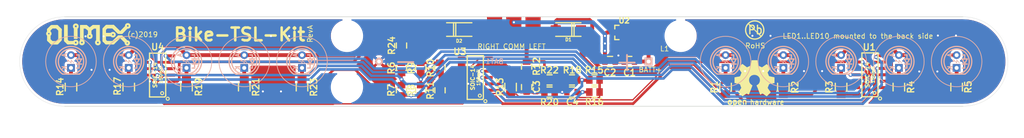
<source format=kicad_pcb>
(kicad_pcb (version 20171130) (host pcbnew 5.0.2-bee76a0~70~ubuntu18.04.1)
  (layers (0 F.Cu signal) (31 B.Cu signal) (34 B.Paste user) (35 F.Paste user) (36 B.SilkS user) (37 F.SilkS user) (38 B.Mask user) (39 F.Mask user) (44 Edge.Cuts user))
  (net 0 "")
  (net 1 "Net-(BAT1-Pad1)")
  (net 2 "Net-(LED1-Pad1)")
  (net 3 "Net-(LED2-Pad1)")
  (net 4 "Net-(LED3-Pad1)")
  (net 5 "Net-(LED4-Pad1)")
  (net 6 "Net-(LED5-Pad1)")
  (net 7 "Net-(LED6-Pad1)")
  (net 8 "Net-(LED7-Pad1)")
  (net 9 "Net-(LED8-Pad1)")
  (net 10 "Net-(LED9-Pad1)")
  (net 11 "Net-(LED10-Pad1)")
  (net 12 GND)
  (net 13 VDD_TO_LEFT_RIGHT)
  (net 14 CAP)
  (net 15 "Net-(C4-Pad2)")
  (net 16 "Net-(L1-Pad2)")
  (net 17 LEFT)
  (net 18 RIGHT)
  (net 19 "Net-(R1-Pad2)")
  (net 20 "Net-(R2-Pad2)")
  (net 21 "Net-(R3-Pad2)")
  (net 22 "Net-(R4-Pad2)")
  (net 23 "Net-(R5-Pad2)")
  (net 24 "Net-(R6-Pad2)")
  (net 25 VDD)
  (net 26 "Net-(R7-Pad2)")
  (net 27 "Net-(R8-Pad2)")
  (net 28 "Net-(R10-Pad1)")
  (net 29 "Net-(R10-Pad2)")
  (net 30 "Net-(R13-Pad1)")
  (net 31 "Net-(R14-Pad2)")
  (net 32 "Net-(R15-Pad2)")
  (net 33 "Net-(R17-Pad2)")
  (net 34 "Net-(R18-Pad2)")
  (net 35 "Net-(R19-Pad2)")
  (net 36 "Net-(R21-Pad2)")
  (net 37 "Net-(R23-Pad2)")
  (net 38 "Net-(R24-Pad2)")
  (module OLIMEX_Transistors-FP:SOT23 (layer F.Cu) (at 156.5148 32.3342)
    (fp_text reference U2 (at 1.22174 -2.38506) (layer F.SilkS) (effects (font (size 1.1 1.1) (thickness 0.254))))
    (fp_text value BL8536)
    (pad 1 smd rect (at 1 0.95) (size 0.9 0.7) (layers F.Cu F.Paste F.Mask) (net 12 GND) (clearance 0.0508))
    (pad 2 smd rect (at 1 -0.95) (size 0.9 0.7) (layers F.Cu F.Paste F.Mask) (net 16 "Net-(L1-Pad2)") (clearance 0.0508))
    (pad 3 smd rect (at -1 0) (size 0.9 0.7) (layers F.Cu F.Paste F.Mask) (net 13 VDD_TO_LEFT_RIGHT) (clearance 0.0508))
  )
  (module OLIMEX_Connectors-FP:BATTERY-1xAA (layer B.Cu) (at 135.89 38.1 180)
    (fp_text reference BAT1 (at 3.81 0 180) (layer B.SilkS) (effects (justify mirror)))
    (fp_text value Battery)
    (fp_text user - (at 21.4 0.2) (layer B.SilkS) (effects (font (size 4 4) (thickness 0.35)) (justify mirror)))
    (fp_text user + (at -22.4 0.1) (layer B.SilkS) (effects (font (size 4 4) (thickness 0.35)) (justify mirror)))
    (pad 2 thru_hole circle (at 26.67 0 180) (size 1.524 1.524) (drill 0.762) (layers *.Cu *.Mask B.SilkS) (net 12 GND))
    (pad 1 thru_hole rect (at -26.67 0 180) (size 1.524 1.524) (drill 0.762) (layers *.Cu *.Mask B.SilkS) (net 1 "Net-(BAT1-Pad1)"))
  )
  (module OLIMEX_LEDs-FP:LED10mmPTHKA (layer B.Cu) (at 48.26 38.1 270)
    (fp_text reference LED1 hide)
    (fp_text value LED)
    (fp_text user A (at -1.27 1.3 90) (layer B.SilkS) (effects (font (size 0.889 0.889) (thickness 0.2032)) (justify mirror)))
    (fp_text user K (at 1.27 1.3 90) (layer B.SilkS) (effects (font (size 0.889 0.889) (thickness 0.2032)) (justify mirror)))
    (pad 2 thru_hole circle (at -1.27 0 90) (size 1.524 1.524) (drill 0.8) (layers *.Cu *.Mask) (net 18 RIGHT))
    (pad 1 thru_hole rect (at 1.27 0 90) (size 1.524 1.524) (drill 0.8) (layers *.Cu *.Mask) (net 2 "Net-(LED1-Pad1)"))
  )
  (module OLIMEX_LEDs-FP:LED10mmPTHKA (layer B.Cu) (at 93.98 38.1 270)
    (fp_text reference LED5 hide)
    (fp_text value LED)
    (fp_text user A (at -1.27 1.3 270) (layer B.SilkS) (effects (font (size 0.889 0.889) (thickness 0.2032)) (justify mirror)))
    (fp_text user K (at 1.27 1.3 270) (layer B.SilkS) (effects (font (size 0.889 0.889) (thickness 0.2032)) (justify mirror)))
    (pad 2 thru_hole circle (at -1.27 0 90) (size 1.524 1.524) (drill 0.8) (layers *.Cu *.Mask) (net 18 RIGHT))
    (pad 1 thru_hole rect (at 1.27 0 90) (size 1.524 1.524) (drill 0.8) (layers *.Cu *.Mask) (net 6 "Net-(LED5-Pad1)"))
  )
  (module OLIMEX_LEDs-FP:LED10mmPTHKA (layer B.Cu) (at 177.8 38.1 270)
    (fp_text reference LED10 hide)
    (fp_text value LED)
    (fp_text user A (at -1.27 1.3 90) (layer B.SilkS) (effects (font (size 0.889 0.889) (thickness 0.2032)) (justify mirror)))
    (fp_text user K (at 1.27 1.3 90) (layer B.SilkS) (effects (font (size 0.889 0.889) (thickness 0.2032)) (justify mirror)))
    (pad 2 thru_hole circle (at -1.27 0 90) (size 1.524 1.524) (drill 0.8) (layers *.Cu *.Mask) (net 17 LEFT))
    (pad 1 thru_hole rect (at 1.27 0 90) (size 1.524 1.524) (drill 0.8) (layers *.Cu *.Mask) (net 11 "Net-(LED10-Pad1)"))
  )
  (module OLIMEX_LEDs-FP:LED10mmPTHKA (layer B.Cu) (at 82.55 38.1 270)
    (fp_text reference LED4 hide)
    (fp_text value LED)
    (fp_text user A (at -1.27 1.3 90) (layer B.SilkS) (effects (font (size 0.889 0.889) (thickness 0.2032)) (justify mirror)))
    (fp_text user K (at 1.27 1.3 90) (layer B.SilkS) (effects (font (size 0.889 0.889) (thickness 0.2032)) (justify mirror)))
    (pad 2 thru_hole circle (at -1.27 0 90) (size 1.524 1.524) (drill 0.8) (layers *.Cu *.Mask) (net 18 RIGHT))
    (pad 1 thru_hole rect (at 1.27 0 90) (size 1.524 1.524) (drill 0.8) (layers *.Cu *.Mask) (net 5 "Net-(LED4-Pad1)"))
  )
  (module OLIMEX_LEDs-FP:LED10mmPTHKA (layer B.Cu) (at 189.23 38.1 270)
    (fp_text reference LED9 hide)
    (fp_text value LED)
    (fp_text user A (at -1.27 1.3 90) (layer B.SilkS) (effects (font (size 0.889 0.889) (thickness 0.2032)) (justify mirror)))
    (fp_text user K (at 1.27 1.3 90) (layer B.SilkS) (effects (font (size 0.889 0.889) (thickness 0.2032)) (justify mirror)))
    (pad 2 thru_hole circle (at -1.27 0 90) (size 1.524 1.524) (drill 0.8) (layers *.Cu *.Mask) (net 17 LEFT))
    (pad 1 thru_hole rect (at 1.27 0 90) (size 1.524 1.524) (drill 0.8) (layers *.Cu *.Mask) (net 10 "Net-(LED9-Pad1)"))
  )
  (module OLIMEX_LEDs-FP:LED10mmPTHKA (layer B.Cu) (at 71.12 38.1 270)
    (fp_text reference LED3 hide)
    (fp_text value LED)
    (fp_text user A (at -1.27 1.3 90) (layer B.SilkS) (effects (font (size 0.889 0.889) (thickness 0.2032)) (justify mirror)))
    (fp_text user K (at 1.27 1.3 90) (layer B.SilkS) (effects (font (size 0.889 0.889) (thickness 0.2032)) (justify mirror)))
    (pad 2 thru_hole circle (at -1.27 0 90) (size 1.524 1.524) (drill 0.8) (layers *.Cu *.Mask) (net 18 RIGHT))
    (pad 1 thru_hole rect (at 1.27 0 90) (size 1.524 1.524) (drill 0.8) (layers *.Cu *.Mask) (net 4 "Net-(LED3-Pad1)"))
  )
  (module OLIMEX_LEDs-FP:LED10mmPTHKA (layer B.Cu) (at 200.66 38.1 270)
    (fp_text reference LED8 hide)
    (fp_text value LED)
    (fp_text user A (at -1.27 1.3 90) (layer B.SilkS) (effects (font (size 0.889 0.889) (thickness 0.2032)) (justify mirror)))
    (fp_text user K (at 1.27 1.3 90) (layer B.SilkS) (effects (font (size 0.889 0.889) (thickness 0.2032)) (justify mirror)))
    (pad 2 thru_hole circle (at -1.27 0 90) (size 1.524 1.524) (drill 0.8) (layers *.Cu *.Mask) (net 17 LEFT))
    (pad 1 thru_hole rect (at 1.27 0 90) (size 1.524 1.524) (drill 0.8) (layers *.Cu *.Mask) (net 9 "Net-(LED8-Pad1)"))
  )
  (module OLIMEX_LEDs-FP:LED10mmPTHKA (layer B.Cu) (at 59.69 38.1 270)
    (fp_text reference LED2 hide)
    (fp_text value LED)
    (fp_text user A (at -1.27 1.3 90) (layer B.SilkS) (effects (font (size 0.889 0.889) (thickness 0.2032)) (justify mirror)))
    (fp_text user K (at 1.27 1.3 90) (layer B.SilkS) (effects (font (size 0.889 0.889) (thickness 0.2032)) (justify mirror)))
    (pad 2 thru_hole circle (at -1.27 0 90) (size 1.524 1.524) (drill 0.8) (layers *.Cu *.Mask) (net 18 RIGHT))
    (pad 1 thru_hole rect (at 1.27 0 90) (size 1.524 1.524) (drill 0.8) (layers *.Cu *.Mask) (net 3 "Net-(LED2-Pad1)"))
  )
  (module OLIMEX_LEDs-FP:LED10mmPTHKA (layer B.Cu) (at 212.09 38.1 270)
    (fp_text reference LED7 hide)
    (fp_text value LED)
    (fp_text user A (at -1.27 1.3 90) (layer B.SilkS) (effects (font (size 0.889 0.889) (thickness 0.2032)) (justify mirror)))
    (fp_text user K (at 1.27 1.3 90) (layer B.SilkS) (effects (font (size 0.889 0.889) (thickness 0.2032)) (justify mirror)))
    (pad 2 thru_hole circle (at -1.27 0 90) (size 1.524 1.524) (drill 0.8) (layers *.Cu *.Mask) (net 17 LEFT))
    (pad 1 thru_hole rect (at 1.27 0 90) (size 1.524 1.524) (drill 0.8) (layers *.Cu *.Mask) (net 8 "Net-(LED7-Pad1)"))
  )
  (module OLIMEX_LEDs-FP:LED10mmPTHKA (layer B.Cu) (at 223.52 38.1 270)
    (fp_text reference LED6 hide)
    (fp_text value LED)
    (fp_text user A (at -1.27 1.3 90) (layer B.SilkS) (effects (font (size 0.889 0.889) (thickness 0.2032)) (justify mirror)))
    (fp_text user K (at 1.27 1.3 90) (layer B.SilkS) (effects (font (size 0.889 0.889) (thickness 0.2032)) (justify mirror)))
    (pad 2 thru_hole circle (at -1.27 0 90) (size 1.524 1.524) (drill 0.8) (layers *.Cu *.Mask) (net 17 LEFT))
    (pad 1 thru_hole rect (at 1.27 0 90) (size 1.524 1.524) (drill 0.8) (layers *.Cu *.Mask) (net 7 "Net-(LED6-Pad1)"))
  )
  (module OLIMEX_LOGOs-FP:LOGO_PBFREE (layer F.Cu) (at 183.769 32.1564)
    (fp_text reference "")
    (fp_text value "")
    (fp_text user Pb (at -0.08636 -0.33528) (layer F.SilkS) (effects (font (size 1.7 1.5) (thickness 0.254))))
  )
  (module OLIMEX_LOGOs-FP:LOGO_OPENHARDWARE_8x8 (layer F.Cu) (at 183.515 41.91)
    (fp_text reference "" hide)
    (fp_text value "" hide)
    (fp_text user hardware (at 2.51206 4.2672) (layer F.SilkS) (effects (font (thickness 0.18))))
    (fp_text user open (at -3.40106 4.17576) (layer F.SilkS) (effects (font (size 1.1 1.1) (thickness 0.254))))
  )
  (module OLIMEX_LOGOs-FP:OLIMEX_LOGO_TB (layer F.Cu) (at 51.8668 32.6898)
    (fp_text reference "" hide)
    (fp_text value "" hide)
  )
  (module OLIMEX_IC-FP:SOIC-14_150mil (layer F.Cu) (at 128.27 41.275 90)
    (fp_text reference U3 (at 5.1308 -3.048) (layer F.SilkS) (effects (font (size 1.27 1.27) (thickness 0.254))))
    (fp_text value LM339)
    (fp_text user 150mil (at 0 0.635 90) (layer F.SilkS) (effects (font (size 0.635 0.635) (thickness 0.15875))))
    (fp_text user SOIC-14 (at 0 -0.508 90) (layer F.SilkS) (effects (font (size 0.762 0.762) (thickness 0.1905))))
    (pad 1 smd rect (at -3.81 2.7 90) (size 0.6 1.5) (layers F.Cu F.Paste F.Mask) (net 19 "Net-(R1-Pad2)") (clearance 0.0508))
    (pad 2 smd rect (at -2.54 2.7 90) (size 0.6 1.5) (layers F.Cu F.Paste F.Mask) (net 30 "Net-(R13-Pad1)") (clearance 0.0508))
    (pad 3 smd rect (at -1.27 2.7 90) (size 0.6 1.5) (layers F.Cu F.Paste F.Mask) (net 25 VDD) (clearance 0.0508))
    (pad 4 smd rect (at 0 2.7 90) (size 0.6 1.5) (layers F.Cu F.Paste F.Mask) (net 15 "Net-(C4-Pad2)") (clearance 0.0508))
    (pad 11 smd rect (at 0 -2.7 90) (size 0.6 1.5) (layers F.Cu F.Paste F.Mask) (net 29 "Net-(R10-Pad2)") (clearance 0.0508))
    (pad 12 smd rect (at -1.27 -2.7 90) (size 0.6 1.5) (layers F.Cu F.Paste F.Mask) (net 12 GND) (clearance 0.0508))
    (pad 13 smd rect (at -2.54 -2.7 90) (size 0.6 1.5) (layers F.Cu F.Paste F.Mask) (net 37 "Net-(R23-Pad2)") (clearance 0.0508))
    (pad 14 smd rect (at -3.81 -2.7 90) (size 0.6 1.5) (layers F.Cu F.Paste F.Mask) (clearance 0.0508))
    (pad 5 smd rect (at 1.27 2.7 90) (size 0.6 1.5) (layers F.Cu F.Paste F.Mask) (net 32 "Net-(R15-Pad2)") (clearance 0.0508))
    (pad 7 smd rect (at 3.81 2.7 90) (size 0.6 1.5) (layers F.Cu F.Paste F.Mask) (net 29 "Net-(R10-Pad2)") (clearance 0.0508))
    (pad 8 smd rect (at 3.81 -2.7 90) (size 0.6 1.5) (layers F.Cu F.Paste F.Mask) (clearance 0.0508))
    (pad 9 smd rect (at 2.54 -2.7 90) (size 0.6 1.5) (layers F.Cu F.Paste F.Mask) (clearance 0.0508))
    (pad 10 smd rect (at 1.27 -2.7 90) (size 0.6 1.5) (layers F.Cu F.Paste F.Mask) (net 14 CAP) (clearance 0.0508))
    (pad 6 smd rect (at 2.54 2.7 90) (size 0.6 1.5) (layers F.Cu F.Paste F.Mask) (net 14 CAP) (clearance 0.0508))
  )
  (module OLIMEX_RLC-FP:R_0805_5MIL_DWS (layer F.Cu) (at 113.665 34.925 270)
    (fp_text reference R24 (at 0 1.9304 90) (layer F.SilkS) (effects (font (size 1.27 1.27) (thickness 0.254))))
    (fp_text value 22K)
    (pad 2 smd rect (at 1.016 0) (size 1.524 1.27) (layers F.Cu F.Paste F.Mask) (net 38 "Net-(R24-Pad2)"))
    (pad 1 smd rect (at -1.016 0) (size 1.524 1.27) (layers F.Cu F.Paste F.Mask) (net 25 VDD))
  )
  (module OLIMEX_RLC-FP:R_0805_5MIL_DWS (layer F.Cu) (at 142.9639 41.7576)
    (fp_text reference R22 (at -0.0127 -1.9558) (layer F.SilkS) (effects (font (size 1.27 1.27) (thickness 0.254))))
    (fp_text value 22K)
    (pad 2 smd rect (at 1.016 0 90) (size 1.524 1.27) (layers F.Cu F.Paste F.Mask) (net 34 "Net-(R18-Pad2)"))
    (pad 1 smd rect (at -1.016 0 90) (size 1.524 1.27) (layers F.Cu F.Paste F.Mask) (net 25 VDD))
  )
  (module OLIMEX_RLC-FP:R_0805_5MIL_DWS (layer F.Cu) (at 142.9639 44.1706)
    (fp_text reference R20 (at -0.0127 2.0066) (layer F.SilkS) (effects (font (size 1.27 1.27) (thickness 0.254))))
    (fp_text value 22K)
    (pad 2 smd rect (at 1.016 0 90) (size 1.524 1.27) (layers F.Cu F.Paste F.Mask) (net 34 "Net-(R18-Pad2)"))
    (pad 1 smd rect (at -1.016 0 90) (size 1.524 1.27) (layers F.Cu F.Paste F.Mask) (net 12 GND))
  )
  (module OLIMEX_RLC-FP:R_0805_5MIL_DWS (layer F.Cu) (at 147.4089 41.7576 180)
    (fp_text reference R18 (at -0.0381 1.9558) (layer F.SilkS) (effects (font (size 1.27 1.27) (thickness 0.254))))
    (fp_text value 22K)
    (pad 2 smd rect (at 1.016 0 270) (size 1.524 1.27) (layers F.Cu F.Paste F.Mask) (net 34 "Net-(R18-Pad2)"))
    (pad 1 smd rect (at -1.016 0 270) (size 1.524 1.27) (layers F.Cu F.Paste F.Mask) (net 32 "Net-(R15-Pad2)"))
  )
  (module OLIMEX_RLC-FP:R_0805_5MIL_DWS (layer F.Cu) (at 151.8539 44.1706 180)
    (fp_text reference R16 (at 0.0127 -1.9558) (layer F.SilkS) (effects (font (size 1.27 1.27) (thickness 0.254))))
    (fp_text value 22K)
    (pad 2 smd rect (at 1.016 0 270) (size 1.524 1.27) (layers F.Cu F.Paste F.Mask) (net 15 "Net-(C4-Pad2)"))
    (pad 1 smd rect (at -1.016 0 270) (size 1.524 1.27) (layers F.Cu F.Paste F.Mask) (net 30 "Net-(R13-Pad1)"))
  )
  (module OLIMEX_RLC-FP:R_0805_5MIL_DWS (layer F.Cu) (at 151.8539 41.7576 180)
    (fp_text reference R15 (at 0.0381 1.9558) (layer F.SilkS) (effects (font (size 1.27 1.27) (thickness 0.254))))
    (fp_text value 22K)
    (pad 2 smd rect (at 1.016 0 270) (size 1.524 1.27) (layers F.Cu F.Paste F.Mask) (net 32 "Net-(R15-Pad2)"))
    (pad 1 smd rect (at -1.016 0 270) (size 1.524 1.27) (layers F.Cu F.Paste F.Mask) (net 30 "Net-(R13-Pad1)"))
  )
  (module OLIMEX_RLC-FP:R_0805_5MIL_DWS (layer F.Cu) (at 138.43 39.116 270)
    (fp_text reference R12 (at -0.0508 -1.9812 90) (layer F.SilkS) (effects (font (size 1.27 1.27) (thickness 0.254))))
    (fp_text value 22K)
    (pad 2 smd rect (at 1.016 0) (size 1.524 1.27) (layers F.Cu F.Paste F.Mask) (net 14 CAP))
    (pad 1 smd rect (at -1.016 0) (size 1.524 1.27) (layers F.Cu F.Paste F.Mask) (net 25 VDD))
  )
  (module OLIMEX_RLC-FP:R_0805_5MIL_DWS (layer F.Cu) (at 121.285 43.815 270)
    (fp_text reference R11 (at 0 1.905 90) (layer F.SilkS) (effects (font (size 1.27 1.27) (thickness 0.254))))
    (fp_text value 22K)
    (pad 2 smd rect (at 1.016 0) (size 1.524 1.27) (layers F.Cu F.Paste F.Mask) (net 12 GND))
    (pad 1 smd rect (at -1.016 0) (size 1.524 1.27) (layers F.Cu F.Paste F.Mask) (net 29 "Net-(R10-Pad2)"))
  )
  (module OLIMEX_RLC-FP:R_0805_5MIL_DWS (layer F.Cu) (at 121.285 39.37 270)
    (fp_text reference R10 (at 0.0254 1.8796 90) (layer F.SilkS) (effects (font (size 1.27 1.27) (thickness 0.254))))
    (fp_text value 22K)
    (pad 2 smd rect (at 1.016 0) (size 1.524 1.27) (layers F.Cu F.Paste F.Mask) (net 29 "Net-(R10-Pad2)"))
    (pad 1 smd rect (at -1.016 0) (size 1.524 1.27) (layers F.Cu F.Paste F.Mask) (net 28 "Net-(R10-Pad1)"))
  )
  (module OLIMEX_RLC-FP:R_0805_5MIL_DWS (layer F.Cu) (at 117.475 39.37 90)
    (fp_text reference R9 (at 0 -1.8542 90) (layer F.SilkS) (effects (font (size 1.27 1.27) (thickness 0.254))))
    (fp_text value 22K)
    (pad 2 smd rect (at 1.016 0 180) (size 1.524 1.27) (layers F.Cu F.Paste F.Mask) (net 28 "Net-(R10-Pad1)"))
    (pad 1 smd rect (at -1.016 0 180) (size 1.524 1.27) (layers F.Cu F.Paste F.Mask) (net 27 "Net-(R8-Pad2)"))
  )
  (module OLIMEX_RLC-FP:R_0805_5MIL_DWS (layer F.Cu) (at 117.475 43.815 90)
    (fp_text reference R8 (at -0.0254 -1.8542 90) (layer F.SilkS) (effects (font (size 1.27 1.27) (thickness 0.254))))
    (fp_text value 22K)
    (pad 2 smd rect (at 1.016 0 180) (size 1.524 1.27) (layers F.Cu F.Paste F.Mask) (net 27 "Net-(R8-Pad2)"))
    (pad 1 smd rect (at -1.016 0 180) (size 1.524 1.27) (layers F.Cu F.Paste F.Mask) (net 26 "Net-(R7-Pad2)"))
  )
  (module OLIMEX_RLC-FP:R_0805_5MIL_DWS (layer F.Cu) (at 113.665 43.815 270)
    (fp_text reference R7 (at 0 2.032 90) (layer F.SilkS) (effects (font (size 1.27 1.27) (thickness 0.254))))
    (fp_text value 22K)
    (pad 2 smd rect (at 1.016 0) (size 1.524 1.27) (layers F.Cu F.Paste F.Mask) (net 26 "Net-(R7-Pad2)"))
    (pad 1 smd rect (at -1.016 0) (size 1.524 1.27) (layers F.Cu F.Paste F.Mask) (net 24 "Net-(R6-Pad2)"))
  )
  (module OLIMEX_RLC-FP:R_0805_5MIL_DWS (layer F.Cu) (at 113.665 39.37 270)
    (fp_text reference R6 (at 0.0254 2.0066 90) (layer F.SilkS) (effects (font (size 1.27 1.27) (thickness 0.254))))
    (fp_text value 22K)
    (pad 2 smd rect (at 1.016 0) (size 1.524 1.27) (layers F.Cu F.Paste F.Mask) (net 24 "Net-(R6-Pad2)"))
    (pad 1 smd rect (at -1.016 0) (size 1.524 1.27) (layers F.Cu F.Paste F.Mask) (net 38 "Net-(R24-Pad2)"))
  )
  (module OLIMEX_IC-FP:SOIC-14_150mil (layer F.Cu) (at 65.405 40.7924 90)
    (fp_text reference U4 (at 5.588 0.0254) (layer F.SilkS) (effects (font (size 1.27 1.27) (thickness 0.254))))
    (fp_text value LM339)
    (fp_text user SOIC-14 (at 0 -0.508 90) (layer F.SilkS) (effects (font (size 0.762 0.762) (thickness 0.1905))))
    (fp_text user 150mil (at 0 0.635 90) (layer F.SilkS) (effects (font (size 0.635 0.635) (thickness 0.15875))))
    (pad 1 smd rect (at -3.81 2.7 90) (size 0.6 1.5) (layers F.Cu F.Paste F.Mask) (net 35 "Net-(R19-Pad2)") (clearance 0.0508))
    (pad 2 smd rect (at -2.54 2.7 90) (size 0.6 1.5) (layers F.Cu F.Paste F.Mask) (net 36 "Net-(R21-Pad2)") (clearance 0.0508))
    (pad 3 smd rect (at -1.27 2.7 90) (size 0.6 1.5) (layers F.Cu F.Paste F.Mask) (net 25 VDD) (clearance 0.0508))
    (pad 4 smd rect (at 0 2.7 90) (size 0.6 1.5) (layers F.Cu F.Paste F.Mask) (net 14 CAP) (clearance 0.0508))
    (pad 11 smd rect (at 0 -2.7 90) (size 0.6 1.5) (layers F.Cu F.Paste F.Mask) (net 24 "Net-(R6-Pad2)") (clearance 0.0508))
    (pad 12 smd rect (at -1.27 -2.7 90) (size 0.6 1.5) (layers F.Cu F.Paste F.Mask) (net 12 GND) (clearance 0.0508))
    (pad 13 smd rect (at -2.54 -2.7 90) (size 0.6 1.5) (layers F.Cu F.Paste F.Mask) (net 31 "Net-(R14-Pad2)") (clearance 0.0508))
    (pad 14 smd rect (at -3.81 -2.7 90) (size 0.6 1.5) (layers F.Cu F.Paste F.Mask) (net 33 "Net-(R17-Pad2)") (clearance 0.0508))
    (pad 5 smd rect (at 1.27 2.7 90) (size 0.6 1.5) (layers F.Cu F.Paste F.Mask) (net 28 "Net-(R10-Pad1)") (clearance 0.0508))
    (pad 7 smd rect (at 3.81 2.7 90) (size 0.6 1.5) (layers F.Cu F.Paste F.Mask) (net 27 "Net-(R8-Pad2)") (clearance 0.0508))
    (pad 8 smd rect (at 3.81 -2.7 90) (size 0.6 1.5) (layers F.Cu F.Paste F.Mask) (net 14 CAP) (clearance 0.0508))
    (pad 9 smd rect (at 2.54 -2.7 90) (size 0.6 1.5) (layers F.Cu F.Paste F.Mask) (net 26 "Net-(R7-Pad2)") (clearance 0.0508))
    (pad 10 smd rect (at 1.27 -2.7 90) (size 0.6 1.5) (layers F.Cu F.Paste F.Mask) (net 14 CAP) (clearance 0.0508))
    (pad 6 smd rect (at 2.54 2.7 90) (size 0.6 1.5) (layers F.Cu F.Paste F.Mask) (net 14 CAP) (clearance 0.0508))
  )
  (module OLIMEX_TestPoints-FP:TP_SMD_10.00x3.00mm (layer F.Cu) (at 132.08 31.75 90)
    (fp_text reference TESTPAD3 hide)
    (fp_text value TESTPAD hide)
    (pad 1 smd rect (at 0 0 90) (size 5 2.999999) (layers F.Cu F.Mask) (net 18 RIGHT))
  )
  (module OLIMEX_TestPoints-FP:TP_SMD_10.00x3.00mm (layer F.Cu) (at 135.89 31.75 90)
    (fp_text reference TESTPAD2 hide)
    (fp_text value TESTPAD hide)
    (pad 1 smd rect (at 0 0 90) (size 5 2.999999) (layers F.Cu F.Mask) (net 13 VDD_TO_LEFT_RIGHT))
  )
  (module OLIMEX_TestPoints-FP:TP_SMD_10.00x3.00mm (layer F.Cu) (at 139.7 31.75 90)
    (fp_text reference TESTPAD1 hide)
    (fp_text value TESTPAD hide)
    (pad 1 smd rect (at 0 0 90) (size 5 2.999999) (layers F.Cu F.Mask) (net 17 LEFT))
  )
  (module OLIMEX_Diodes-FP:SMA-KA (layer F.Cu) (at 125.095 31.75)
    (fp_text reference D2 (at -0.0254 2.2606 180) (layer F.SilkS) (effects (font (size 0.635 0.635) (thickness 0.15875))))
    (fp_text value 1N5822_SS34_SMA)
    (pad 1 smd rect (at -2.5 0) (size 2 1.7) (layers F.Cu F.Paste F.Mask) (net 25 VDD))
    (pad 2 smd rect (at 2.5 0) (size 2 1.7) (layers F.Cu F.Paste F.Mask) (net 18 RIGHT))
  )
  (module OLIMEX_Diodes-FP:SMA-KA (layer F.Cu) (at 146.685 31.75 180)
    (fp_text reference D1 (at 0 -2.0066 180) (layer F.SilkS) (effects (font (size 0.635 0.635) (thickness 0.15875))))
    (fp_text value 1N5822_SS34_SMA)
    (pad 1 smd rect (at -2.5 0 180) (size 2 1.7) (layers F.Cu F.Paste F.Mask) (net 25 VDD))
    (pad 2 smd rect (at 2.5 0 180) (size 2 1.7) (layers F.Cu F.Paste F.Mask) (net 17 LEFT))
  )
  (module OLIMEX_IC-FP:SOIC-14_150mil (layer F.Cu) (at 206.375 40.7416 90)
    (fp_text reference U1 (at 5.4864 -0.127) (layer F.SilkS) (effects (font (size 1.27 1.27) (thickness 0.254))))
    (fp_text value LM339)
    (fp_text user 150mil (at 0 0.635 90) (layer F.SilkS) (effects (font (size 0.635 0.635) (thickness 0.15875))))
    (fp_text user SOIC-14 (at 0 -0.508 90) (layer F.SilkS) (effects (font (size 0.762 0.762) (thickness 0.1905))))
    (pad 1 smd rect (at -3.81 2.7 90) (size 0.6 1.5) (layers F.Cu F.Paste F.Mask) (net 22 "Net-(R4-Pad2)") (clearance 0.0508))
    (pad 2 smd rect (at -2.54 2.7 90) (size 0.6 1.5) (layers F.Cu F.Paste F.Mask) (net 23 "Net-(R5-Pad2)") (clearance 0.0508))
    (pad 3 smd rect (at -1.27 2.7 90) (size 0.6 1.5) (layers F.Cu F.Paste F.Mask) (net 25 VDD) (clearance 0.0508))
    (pad 4 smd rect (at 0 2.7 90) (size 0.6 1.5) (layers F.Cu F.Paste F.Mask) (net 14 CAP) (clearance 0.0508))
    (pad 11 smd rect (at 0 -2.7 90) (size 0.6 1.5) (layers F.Cu F.Paste F.Mask) (net 28 "Net-(R10-Pad1)") (clearance 0.0508))
    (pad 12 smd rect (at -1.27 -2.7 90) (size 0.6 1.5) (layers F.Cu F.Paste F.Mask) (net 12 GND) (clearance 0.0508))
    (pad 13 smd rect (at -2.54 -2.7 90) (size 0.6 1.5) (layers F.Cu F.Paste F.Mask) (net 20 "Net-(R2-Pad2)") (clearance 0.0508))
    (pad 14 smd rect (at -3.81 -2.7 90) (size 0.6 1.5) (layers F.Cu F.Paste F.Mask) (net 21 "Net-(R3-Pad2)") (clearance 0.0508))
    (pad 5 smd rect (at 1.27 2.7 90) (size 0.6 1.5) (layers F.Cu F.Paste F.Mask) (net 24 "Net-(R6-Pad2)") (clearance 0.0508))
    (pad 7 smd rect (at 3.81 2.7 90) (size 0.6 1.5) (layers F.Cu F.Paste F.Mask) (net 26 "Net-(R7-Pad2)") (clearance 0.0508))
    (pad 8 smd rect (at 3.81 -2.7 90) (size 0.6 1.5) (layers F.Cu F.Paste F.Mask) (net 14 CAP) (clearance 0.0508))
    (pad 9 smd rect (at 2.54 -2.7 90) (size 0.6 1.5) (layers F.Cu F.Paste F.Mask) (net 27 "Net-(R8-Pad2)") (clearance 0.0508))
    (pad 10 smd rect (at 1.27 -2.7 90) (size 0.6 1.5) (layers F.Cu F.Paste F.Mask) (net 14 CAP) (clearance 0.0508))
    (pad 6 smd rect (at 2.54 2.7 90) (size 0.6 1.5) (layers F.Cu F.Paste F.Mask) (net 14 CAP) (clearance 0.0508))
  )
  (module OLIMEX_RLC-FP:R_1206_5MIL_DWS (layer F.Cu) (at 93.98 43.18 270)
    (fp_text reference R23 (at 0.0254 -2.3368 90) (layer F.SilkS) (effects (font (size 1.27 1.27) (thickness 0.254))))
    (fp_text value 220R)
    (pad 2 smd rect (at 1.397 0 270) (size 1.524 1.778) (layers F.Cu F.Paste F.Mask) (net 37 "Net-(R23-Pad2)"))
    (pad 1 smd rect (at -1.397 0 270) (size 1.524 1.778) (layers F.Cu F.Paste F.Mask) (net 6 "Net-(LED5-Pad1)"))
  )
  (module OLIMEX_RLC-FP:R_1206_5MIL_DWS (layer F.Cu) (at 82.55 43.18 270)
    (fp_text reference R21 (at 0 -2.3114 90) (layer F.SilkS) (effects (font (size 1.27 1.27) (thickness 0.254))))
    (fp_text value 220R)
    (pad 2 smd rect (at 1.397 0 270) (size 1.524 1.778) (layers F.Cu F.Paste F.Mask) (net 36 "Net-(R21-Pad2)"))
    (pad 1 smd rect (at -1.397 0 270) (size 1.524 1.778) (layers F.Cu F.Paste F.Mask) (net 5 "Net-(LED4-Pad1)"))
  )
  (module OLIMEX_RLC-FP:R_1206_5MIL_DWS (layer F.Cu) (at 71.12 43.18 270)
    (fp_text reference R19 (at -0.0254 -2.413 90) (layer F.SilkS) (effects (font (size 1.27 1.27) (thickness 0.254))))
    (fp_text value 220R)
    (pad 2 smd rect (at 1.397 0 270) (size 1.524 1.778) (layers F.Cu F.Paste F.Mask) (net 35 "Net-(R19-Pad2)"))
    (pad 1 smd rect (at -1.397 0 270) (size 1.524 1.778) (layers F.Cu F.Paste F.Mask) (net 4 "Net-(LED3-Pad1)"))
  )
  (module OLIMEX_RLC-FP:R_1206_5MIL_DWS (layer F.Cu) (at 59.69 43.18 270)
    (fp_text reference R17 (at -0.1778 2.2352 90) (layer F.SilkS) (effects (font (size 1.27 1.27) (thickness 0.254))))
    (fp_text value 220R)
    (pad 2 smd rect (at 1.397 0 270) (size 1.524 1.778) (layers F.Cu F.Paste F.Mask) (net 33 "Net-(R17-Pad2)"))
    (pad 1 smd rect (at -1.397 0 270) (size 1.524 1.778) (layers F.Cu F.Paste F.Mask) (net 3 "Net-(LED2-Pad1)"))
  )
  (module OLIMEX_RLC-FP:R_1206_5MIL_DWS (layer F.Cu) (at 48.26 43.18 270)
    (fp_text reference R14 (at -0.0762 2.159 90) (layer F.SilkS) (effects (font (size 1.27 1.27) (thickness 0.254))))
    (fp_text value 220R)
    (pad 2 smd rect (at 1.397 0 270) (size 1.524 1.778) (layers F.Cu F.Paste F.Mask) (net 31 "Net-(R14-Pad2)"))
    (pad 1 smd rect (at -1.397 0 270) (size 1.524 1.778) (layers F.Cu F.Paste F.Mask) (net 2 "Net-(LED1-Pad1)"))
  )
  (module OLIMEX_RLC-FP:R_1206_5MIL_DWS (layer F.Cu) (at 135.255 43.18 90)
    (fp_text reference R13 (at 0.0254 -2.1082 90) (layer F.SilkS) (effects (font (size 1.27 1.27) (thickness 0.254))))
    (fp_text value 220R)
    (pad 2 smd rect (at 1.397 0 90) (size 1.524 1.778) (layers F.Cu F.Paste F.Mask) (net 14 CAP))
    (pad 1 smd rect (at -1.397 0 90) (size 1.524 1.778) (layers F.Cu F.Paste F.Mask) (net 30 "Net-(R13-Pad1)"))
  )
  (module OLIMEX_RLC-FP:R_1206_5MIL_DWS (layer F.Cu) (at 223.52 43.18 270)
    (fp_text reference R5 (at -0.0254 -2.286 90) (layer F.SilkS) (effects (font (size 1.27 1.27) (thickness 0.254))))
    (fp_text value 220R)
    (pad 2 smd rect (at 1.397 0 270) (size 1.524 1.778) (layers F.Cu F.Paste F.Mask) (net 23 "Net-(R5-Pad2)"))
    (pad 1 smd rect (at -1.397 0 270) (size 1.524 1.778) (layers F.Cu F.Paste F.Mask) (net 7 "Net-(LED6-Pad1)"))
  )
  (module OLIMEX_RLC-FP:R_1206_5MIL_DWS (layer F.Cu) (at 212.09 43.18 270)
    (fp_text reference R4 (at 0 -2.3876 90) (layer F.SilkS) (effects (font (size 1.27 1.27) (thickness 0.254))))
    (fp_text value 220R)
    (pad 2 smd rect (at 1.397 0 270) (size 1.524 1.778) (layers F.Cu F.Paste F.Mask) (net 22 "Net-(R4-Pad2)"))
    (pad 1 smd rect (at -1.397 0 270) (size 1.524 1.778) (layers F.Cu F.Paste F.Mask) (net 8 "Net-(LED7-Pad1)"))
  )
  (module OLIMEX_RLC-FP:R_1206_5MIL_DWS (layer F.Cu) (at 200.66 43.18 270)
    (fp_text reference R3 (at 0 2.3368 90) (layer F.SilkS) (effects (font (size 1.27 1.27) (thickness 0.254))))
    (fp_text value 220R)
    (pad 2 smd rect (at 1.397 0 270) (size 1.524 1.778) (layers F.Cu F.Paste F.Mask) (net 21 "Net-(R3-Pad2)"))
    (pad 1 smd rect (at -1.397 0 270) (size 1.524 1.778) (layers F.Cu F.Paste F.Mask) (net 9 "Net-(LED8-Pad1)"))
  )
  (module OLIMEX_RLC-FP:R_1206_5MIL_DWS (layer F.Cu) (at 189.23 43.18 270)
    (fp_text reference R2 (at 0.0254 -2.3114 90) (layer F.SilkS) (effects (font (size 1.27 1.27) (thickness 0.254))))
    (fp_text value 220R)
    (pad 2 smd rect (at 1.397 0 270) (size 1.524 1.778) (layers F.Cu F.Paste F.Mask) (net 20 "Net-(R2-Pad2)"))
    (pad 1 smd rect (at -1.397 0 270) (size 1.524 1.778) (layers F.Cu F.Paste F.Mask) (net 10 "Net-(LED9-Pad1)"))
  )
  (module OLIMEX_RLC-FP:R_1206_5MIL_DWS (layer F.Cu) (at 177.8 43.18 270)
    (fp_text reference R1 (at 0 2.2098 90) (layer F.SilkS) (effects (font (size 1.27 1.27) (thickness 0.254))))
    (fp_text value 220R)
    (pad 2 smd rect (at 1.397 0 270) (size 1.524 1.778) (layers F.Cu F.Paste F.Mask) (net 19 "Net-(R1-Pad2)"))
    (pad 1 smd rect (at -1.397 0 270) (size 1.524 1.778) (layers F.Cu F.Paste F.Mask) (net 11 "Net-(LED10-Pad1)"))
  )
  (module OLIMEX_RLC-FP:CD43 (layer F.Cu) (at 161.925 33.02 90)
    (fp_text reference L1 (at -2.54 3.81 180) (layer F.SilkS))
    (fp_text value 4.7uH)
    (pad 2 smd oval (at 1.625 0 90) (size 2.75 4.5) (layers F.Cu F.Paste F.Mask) (net 16 "Net-(L1-Pad2)"))
    (pad 1 smd oval (at -1.625 0 90) (size 2.75 4.5) (layers F.Cu F.Paste F.Mask) (net 1 "Net-(BAT1-Pad1)"))
  )
  (module OLIMEX_RLC-FP:C_0805_5MIL_DWS (layer F.Cu) (at 147.4089 44.1706)
    (fp_text reference C4 (at 0.0635 2.0066) (layer F.SilkS) (effects (font (size 1.27 1.27) (thickness 0.254))))
    (fp_text value 10uF)
    (pad 2 smd rect (at 1.016 0 180) (size 1.05 1.27) (layers F.Cu F.Paste F.Mask) (net 15 "Net-(C4-Pad2)"))
    (pad 1 smd rect (at -1.016 0) (size 1.05 1.27) (layers F.Cu F.Paste F.Mask) (net 12 GND))
  )
  (module OLIMEX_RLC-FP:C_0805_5MIL_DWS (layer F.Cu) (at 138.43 43.18 270)
    (fp_text reference C3 (at -0.0762 -1.9558 90) (layer F.SilkS) (effects (font (size 1.27 1.27) (thickness 0.254))))
    (fp_text value 10uF)
    (pad 2 smd rect (at 1.016 0 90) (size 1.05 1.27) (layers F.Cu F.Paste F.Mask) (net 12 GND))
    (pad 1 smd rect (at -1.016 0 270) (size 1.05 1.27) (layers F.Cu F.Paste F.Mask) (net 14 CAP))
  )
  (module OLIMEX_RLC-FP:C_0805_5MIL_DWS (layer F.Cu) (at 154.94 38.1)
    (fp_text reference C2 (at -0.0254 2.1844) (layer F.SilkS) (effects (font (size 1.27 1.27) (thickness 0.254))))
    (fp_text value 10uF)
    (pad 2 smd rect (at 1.016 0 180) (size 1.05 1.27) (layers F.Cu F.Paste F.Mask) (net 12 GND))
    (pad 1 smd rect (at -1.016 0) (size 1.05 1.27) (layers F.Cu F.Paste F.Mask) (net 13 VDD_TO_LEFT_RIGHT))
  )
  (module OLIMEX_RLC-FP:C_0805_5MIL_DWS (layer F.Cu) (at 158.75 38.1 180)
    (fp_text reference C1 (at -0.0508 -2.2098) (layer F.SilkS) (effects (font (size 1.27 1.27) (thickness 0.254))))
    (fp_text value 10uF)
    (pad 2 smd rect (at 1.016 0) (size 1.05 1.27) (layers F.Cu F.Paste F.Mask) (net 12 GND))
    (pad 1 smd rect (at -1.016 0 180) (size 1.05 1.27) (layers F.Cu F.Paste F.Mask) (net 1 "Net-(BAT1-Pad1)"))
  )
  (module OLIMEX_Other-FP:Mounting_hole_3.3mm (layer F.Cu) (at 168.91 33.02)
    (fp_text reference MountingHole* hide)
    (fp_text value Mounting_hole_3.3mm hide)
    (pad "" np_thru_hole circle (at 0 0) (size 3.3 3.3) (drill 3.3) (layers *.Cu *.Mask) (clearance 1.55))
  )
  (module OLIMEX_Other-FP:Mounting_hole_3.3mm (layer F.Cu) (at 168.91 43.18)
    (fp_text reference MountingHole* hide)
    (fp_text value Mounting_hole_3.3mm hide)
    (pad "" np_thru_hole circle (at 0 0) (size 3.3 3.3) (drill 3.3) (layers *.Cu *.Mask) (clearance 1.55))
  )
  (module OLIMEX_Other-FP:Mounting_hole_3.3mm (layer F.Cu) (at 102.87 43.18)
    (fp_text reference MountingHole* hide)
    (fp_text value Mounting_hole_3.3mm hide)
    (pad "" np_thru_hole circle (at 0 0) (size 3.3 3.3) (drill 3.3) (layers *.Cu *.Mask) (clearance 1.55))
  )
  (module OLIMEX_Other-FP:Mounting_hole_3.3mm (layer F.Cu) (at 102.87 33.02)
    (fp_text reference MountingHole* hide)
    (fp_text value Mounting_hole_3.3mm hide)
    (pad "" np_thru_hole circle (at 0 0) (size 3.3 3.3) (drill 3.3) (layers *.Cu *.Mask) (clearance 1.55))
  )
  (gr_text "LED1..LED10 mounted to the back side" (at 203.9874 33.0454) (layer F.SilkS) (effects (font (size 1 1))))
  (gr_text RoHS (at 183.6674 34.9758) (layer F.SilkS) (effects (font (size 1 1))))
  (gr_text RevA (at 95.5802 32.6136 90) (layer F.SilkS) (effects (font (size 1 1))))
  (gr_text Bike-TSL-Kit (at 81.6102 32.7406) (layer F.SilkS) (effects (font (size 2.54 2.54) (thickness 0.508))))
  (gr_text "(c)2019" (at 62.4332 32.7406) (layer F.SilkS) (effects (font (size 1 1))))
  (gr_text "RIGHT COMM LEFT" (at 135.4582 35.1282) (layer F.SilkS) (effects (font (size 1 1))))
  (gr_text BATT+ (at 162.9156 39.7256) (layer F.SilkS) (effects (font (size 1 1))))
  (gr_arc (start 46.99 38.1) (end 46.99 29.21) (angle -180) (layer Edge.Cuts) (width 0.05))
  (gr_arc (start 224.79 38.1) (end 224.79 46.99) (angle -180) (layer Edge.Cuts) (width 0.05))
  (gr_line (start 46.99 46.99) (end 224.79 46.99) (layer Edge.Cuts) (width 0.12))
  (gr_line (start 46.99 29.21) (end 224.79 29.21) (layer Edge.Cuts) (width 0.12))
  (segment (start 162.56 38.1) (end 159.766 38.1) (width 0.762) (layer F.Cu) (net 1))
  (segment (start 162.56 38.1) (end 162.56 35.28) (width 0.762) (layer F.Cu) (net 1))
  (segment (start 162.56 35.28) (end 161.925 34.645) (width 0.762) (layer F.Cu) (net 1))
  (segment (start 48.26 39.37) (end 48.26 41.783) (width 0.762) (layer F.Cu) (net 2))
  (segment (start 59.69 39.37) (end 59.69 41.783) (width 0.762) (layer F.Cu) (net 3))
  (segment (start 71.12 39.37) (end 71.12 41.783) (width 0.762) (layer F.Cu) (net 4))
  (segment (start 82.55 39.37) (end 82.55 41.783) (width 0.762) (layer F.Cu) (net 5))
  (segment (start 93.98 39.37) (end 93.98 41.783) (width 0.762) (layer F.Cu) (net 6))
  (segment (start 223.52 39.37) (end 223.52 41.783) (width 0.762) (layer F.Cu) (net 7))
  (segment (start 212.09 39.37) (end 212.09 41.783) (width 0.762) (layer F.Cu) (net 8))
  (segment (start 200.66 39.37) (end 200.66 41.783) (width 0.762) (layer F.Cu) (net 9))
  (segment (start 189.23 39.37) (end 189.23 41.783) (width 0.762) (layer F.Cu) (net 10))
  (segment (start 177.8 39.37) (end 177.8 41.783) (width 0.762) (layer F.Cu) (net 11))
  (via (at 89.8144 44.0436) (size 0.8) (drill 0.4) (layers F.Cu B.Cu) (net 12))
  (via (at 86.233 44.0436) (size 0.8) (drill 0.4) (layers F.Cu B.Cu) (net 12))
  (via (at 55.9054 39.751) (size 0.8) (drill 0.4) (layers F.Cu B.Cu) (net 12))
  (via (at 52.324 39.751) (size 0.8) (drill 0.4) (layers F.Cu B.Cu) (net 12))
  (via (at 216.1286 40.0812) (size 0.8) (drill 0.4) (layers F.Cu B.Cu) (net 12))
  (via (at 219.71 40.0812) (size 0.8) (drill 0.4) (layers F.Cu B.Cu) (net 12))
  (via (at 196.9008 40.005) (size 0.8) (drill 0.4) (layers F.Cu B.Cu) (net 12))
  (via (at 193.3194 40.005) (size 0.8) (drill 0.4) (layers F.Cu B.Cu) (net 12))
  (via (at 185.2422 40.005) (size 0.8) (drill 0.4) (layers F.Cu B.Cu) (net 12))
  (via (at 181.6608 40.005) (size 0.8) (drill 0.4) (layers F.Cu B.Cu) (net 12))
  (via (at 87.8332 33.0454) (size 0.8) (drill 0.4) (layers F.Cu B.Cu) (net 12))
  (via (at 54.7116 33.0962) (size 0.8) (drill 0.4) (layers F.Cu B.Cu) (net 12))
  (via (at 51.1302 33.0962) (size 0.8) (drill 0.4) (layers F.Cu B.Cu) (net 12))
  (via (at 91.4146 33.0454) (size 0.8) (drill 0.4) (layers F.Cu B.Cu) (net 12))
  (via (at 223.393 32.9438) (size 0.8) (drill 0.4) (layers F.Cu B.Cu) (net 12))
  (via (at 219.8116 32.9438) (size 0.8) (drill 0.4) (layers F.Cu B.Cu) (net 12))
  (via (at 186.69 32.9946) (size 0.8) (drill 0.4) (layers F.Cu B.Cu) (net 12))
  (via (at 183.1086 32.9946) (size 0.8) (drill 0.4) (layers F.Cu B.Cu) (net 12))
  (segment (start 111.252 42.7736) (end 110.852001 42.373601) (width 0.508) (layer F.Cu) (net 12))
  (segment (start 110.852001 42.373601) (end 110.852001 39.732001) (width 0.508) (layer F.Cu) (net 12))
  (segment (start 110.852001 39.732001) (end 109.981999 38.861999) (width 0.508) (layer F.Cu) (net 12))
  (segment (start 109.981999 38.861999) (end 109.22 38.1) (width 0.508) (layer F.Cu) (net 12))
  (segment (start 114.163401 45.685001) (end 111.252 42.7736) (width 0.508) (layer B.Cu) (net 12))
  (via (at 111.252 42.7736) (size 0.8) (drill 0.4) (layers F.Cu B.Cu) (net 12))
  (segment (start 126.307315 42.5196) (end 123.141914 45.685001) (width 0.508) (layer B.Cu) (net 12))
  (segment (start 126.873 42.5196) (end 126.307315 42.5196) (width 0.508) (layer B.Cu) (net 12))
  (segment (start 123.141914 45.685001) (end 114.163401 45.685001) (width 0.508) (layer B.Cu) (net 12))
  (segment (start 110.29763 38.1) (end 112.977271 35.420359) (width 0.508) (layer B.Cu) (net 12))
  (segment (start 109.22 38.1) (end 110.29763 38.1) (width 0.508) (layer B.Cu) (net 12))
  (segment (start 156.024315 36.9072) (end 156.59 36.9072) (width 0.508) (layer B.Cu) (net 12))
  (segment (start 112.977271 35.420359) (end 148.551959 35.420359) (width 0.508) (layer B.Cu) (net 12))
  (segment (start 148.551959 35.420359) (end 150.0388 36.9072) (width 0.508) (layer B.Cu) (net 12))
  (segment (start 150.0388 36.9072) (end 156.024315 36.9072) (width 0.508) (layer B.Cu) (net 12))
  (segment (start 140.0556 44.1706) (end 135.035999 39.150999) (width 0.508) (layer B.Cu) (net 12))
  (segment (start 135.035999 39.150999) (end 129.231679 39.150999) (width 0.508) (layer B.Cu) (net 12))
  (segment (start 126.873 41.509678) (end 126.873 41.953915) (width 0.508) (layer B.Cu) (net 12))
  (segment (start 129.231679 39.150999) (end 126.873 41.509678) (width 0.508) (layer B.Cu) (net 12))
  (segment (start 126.873 41.953915) (end 126.873 42.5196) (width 0.508) (layer B.Cu) (net 12))
  (segment (start 145.4658 44.1452) (end 140.081 44.1452) (width 0.508) (layer B.Cu) (net 12))
  (segment (start 140.081 44.1452) (end 140.0556 44.1706) (width 0.508) (layer B.Cu) (net 12))
  (segment (start 172.11951 36.893957) (end 164.934443 36.893957) (width 0.508) (layer B.Cu) (net 12))
  (segment (start 156.989999 36.507201) (end 156.59 36.9072) (width 0.508) (layer B.Cu) (net 12))
  (segment (start 164.934443 36.893957) (end 164.547687 36.507201) (width 0.508) (layer B.Cu) (net 12))
  (segment (start 164.547687 36.507201) (end 156.989999 36.507201) (width 0.508) (layer B.Cu) (net 12))
  (segment (start 203.244053 43.643947) (end 178.8695 43.643947) (width 0.508) (layer B.Cu) (net 12))
  (segment (start 178.8695 43.643947) (end 172.11951 36.893957) (width 0.508) (layer B.Cu) (net 12))
  (segment (start 204.9018 41.9862) (end 203.244053 43.643947) (width 0.508) (layer B.Cu) (net 12))
  (segment (start 109.22 38.1) (end 107.95319 36.83319) (width 0.508) (layer B.Cu) (net 12))
  (segment (start 107.95319 36.83319) (end 97.499066 36.83319) (width 0.508) (layer B.Cu) (net 12))
  (segment (start 97.499066 36.83319) (end 95.571866 34.905989) (width 0.508) (layer B.Cu) (net 12))
  (segment (start 95.571866 34.905989) (end 65.988889 34.905989) (width 0.508) (layer B.Cu) (net 12))
  (segment (start 63.481001 41.637001) (end 63.881 42.037) (width 0.508) (layer B.Cu) (net 12))
  (segment (start 65.988889 34.905989) (end 63.052399 37.842479) (width 0.508) (layer B.Cu) (net 12))
  (segment (start 63.052399 37.842479) (end 63.052399 41.208399) (width 0.508) (layer B.Cu) (net 12))
  (segment (start 63.052399 41.208399) (end 63.481001 41.637001) (width 0.508) (layer B.Cu) (net 12))
  (segment (start 63.8556 42.0624) (end 63.881 42.037) (width 0.508) (layer F.Cu) (net 12))
  (segment (start 62.705 42.0624) (end 63.8556 42.0624) (width 0.508) (layer F.Cu) (net 12))
  (via (at 63.881 42.037) (size 0.8) (drill 0.4) (layers F.Cu B.Cu) (net 12))
  (segment (start 155.956 38.1) (end 157.734 38.1) (width 0.762) (layer F.Cu) (net 12))
  (segment (start 156.59 36.9072) (end 156.59 37.466) (width 0.762) (layer F.Cu) (net 12))
  (via (at 156.59 36.9072) (size 0.8) (drill 0.4) (layers F.Cu B.Cu) (net 12))
  (segment (start 157.734 38.1) (end 157.224 38.1) (width 0.762) (layer F.Cu) (net 12))
  (segment (start 157.224 38.1) (end 156.59 37.466) (width 0.762) (layer F.Cu) (net 12))
  (segment (start 156.59 37.466) (end 155.956 38.1) (width 0.762) (layer F.Cu) (net 12))
  (segment (start 204.8764 42.0116) (end 204.9018 41.9862) (width 0.508) (layer F.Cu) (net 12))
  (segment (start 203.675 42.0116) (end 204.8764 42.0116) (width 0.508) (layer F.Cu) (net 12))
  (via (at 204.9018 41.9862) (size 0.8) (drill 0.4) (layers F.Cu B.Cu) (net 12))
  (segment (start 126.8476 42.545) (end 126.873 42.5196) (width 0.508) (layer F.Cu) (net 12))
  (via (at 126.873 42.5196) (size 0.8) (drill 0.4) (layers F.Cu B.Cu) (net 12))
  (segment (start 125.57 42.545) (end 126.8476 42.545) (width 0.508) (layer F.Cu) (net 12))
  (segment (start 122.174 44.831) (end 124.46 42.545) (width 0.508) (layer F.Cu) (net 12))
  (segment (start 121.285 44.831) (end 122.174 44.831) (width 0.508) (layer F.Cu) (net 12))
  (segment (start 124.46 42.545) (end 125.57 42.545) (width 0.508) (layer F.Cu) (net 12))
  (segment (start 141.9479 44.1706) (end 140.0556 44.1706) (width 0.508) (layer F.Cu) (net 12))
  (segment (start 140.0556 44.1706) (end 138.4554 44.1706) (width 0.508) (layer F.Cu) (net 12))
  (via (at 140.0556 44.1706) (size 0.8) (drill 0.4) (layers F.Cu B.Cu) (net 12))
  (segment (start 138.4554 44.1706) (end 138.43 44.196) (width 0.508) (layer F.Cu) (net 12))
  (segment (start 145.4912 44.1706) (end 145.4658 44.1452) (width 0.508) (layer F.Cu) (net 12))
  (via (at 145.4658 44.1452) (size 0.8) (drill 0.4) (layers F.Cu B.Cu) (net 12))
  (segment (start 146.3929 44.1706) (end 145.4912 44.1706) (width 0.508) (layer F.Cu) (net 12))
  (segment (start 157.5148 35.9824) (end 156.59 36.9072) (width 0.762) (layer F.Cu) (net 12))
  (segment (start 157.5148 33.2842) (end 157.5148 35.9824) (width 0.762) (layer F.Cu) (net 12))
  (segment (start 151.5364 30.3022) (end 153.924 32.6898) (width 0.762) (layer B.Cu) (net 13))
  (segment (start 135.9154 30.3022) (end 151.5364 30.3022) (width 0.762) (layer B.Cu) (net 13))
  (segment (start 153.924 32.6898) (end 153.924 35.9664) (width 0.762) (layer B.Cu) (net 13))
  (segment (start 153.924 38.1) (end 153.924 35.9664) (width 0.762) (layer F.Cu) (net 13))
  (via (at 153.924 35.9664) (size 0.8) (drill 0.4) (layers F.Cu B.Cu) (net 13))
  (segment (start 135.89 30.3276) (end 135.9154 30.3022) (width 0.762) (layer F.Cu) (net 13))
  (segment (start 135.89 31.75) (end 135.89 30.3276) (width 0.762) (layer F.Cu) (net 13))
  (via (at 135.9154 30.3022) (size 0.8) (drill 0.4) (layers F.Cu B.Cu) (net 13))
  (segment (start 153.924 32.7152) (end 153.924 33.02) (width 0.762) (layer F.Cu) (net 13))
  (segment (start 155.5148 32.3342) (end 154.305 32.3342) (width 0.762) (layer F.Cu) (net 13))
  (segment (start 154.305 32.3342) (end 153.924 32.7152) (width 0.762) (layer F.Cu) (net 13))
  (segment (start 153.924 33.02) (end 153.924 34.5186) (width 0.762) (layer F.Cu) (net 13))
  (via (at 153.924 33.02) (size 0.8) (drill 0.4) (layers F.Cu B.Cu) (net 13))
  (segment (start 153.924 34.5186) (end 153.924 35.9664) (width 0.762) (layer F.Cu) (net 13))
  (via (at 153.924 34.5186) (size 0.8) (drill 0.4) (layers F.Cu B.Cu) (net 13))
  (segment (start 159.433317 45.713611) (end 166.357938 38.788989) (width 0.254) (layer F.Cu) (net 14))
  (segment (start 171.453189 38.788989) (end 175.8696 43.2054) (width 0.254) (layer F.Cu) (net 14))
  (segment (start 132.672199 44.457999) (end 133.927811 45.713611) (width 0.254) (layer F.Cu) (net 14))
  (segment (start 133.927811 45.713611) (end 159.433317 45.713611) (width 0.254) (layer F.Cu) (net 14))
  (segment (start 166.357938 38.788989) (end 171.453189 38.788989) (width 0.254) (layer F.Cu) (net 14))
  (segment (start 178.6128 43.2054) (end 179.2351 43.8277) (width 0.254) (layer F.Cu) (net 14))
  (segment (start 175.8696 43.2054) (end 178.6128 43.2054) (width 0.254) (layer F.Cu) (net 14))
  (segment (start 127.835603 44.457999) (end 132.672199 44.457999) (width 0.254) (layer F.Cu) (net 14))
  (segment (start 127.600001 44.693601) (end 127.835603 44.457999) (width 0.254) (layer F.Cu) (net 14))
  (segment (start 65.233 45.0146) (end 66.69439 46.47599) (width 0.508) (layer F.Cu) (net 14))
  (segment (start 65.233 44.7352) (end 65.233 45.0146) (width 0.508) (layer F.Cu) (net 14))
  (segment (start 66.69439 46.47599) (end 100.152599 46.47599) (width 0.508) (layer F.Cu) (net 14))
  (segment (start 65.233 44.7352) (end 65.233 42.152122) (width 0.508) (layer F.Cu) (net 14))
  (segment (start 65.233 42.152122) (end 66.592722 40.7924) (width 0.508) (layer F.Cu) (net 14))
  (segment (start 67.31 40.7924) (end 68.105 40.7924) (width 0.508) (layer F.Cu) (net 14))
  (segment (start 66.847 40.7924) (end 67.31 40.7924) (width 0.508) (layer F.Cu) (net 14))
  (segment (start 62.705 39.5224) (end 65.322722 39.5224) (width 0.508) (layer F.Cu) (net 14))
  (segment (start 66.592722 40.7924) (end 67.31 40.7924) (width 0.508) (layer F.Cu) (net 14))
  (segment (start 65.322722 39.5224) (end 66.592722 40.7924) (width 0.508) (layer F.Cu) (net 14))
  (segment (start 181.864 46.4566) (end 179.2351 43.8277) (width 0.508) (layer F.Cu) (net 14))
  (segment (start 204.851 46.4566) (end 181.864 46.4566) (width 0.508) (layer F.Cu) (net 14))
  (segment (start 206.203 38.2016) (end 206.203 45.1046) (width 0.508) (layer F.Cu) (net 14))
  (segment (start 206.203 45.1046) (end 204.851 46.4566) (width 0.508) (layer F.Cu) (net 14))
  (segment (start 204.851 46.4566) (end 206.1972 45.1104) (width 0.254) (layer F.Cu) (net 14))
  (segment (start 206.1972 43.668002) (end 206.1972 45.1104) (width 0.254) (layer F.Cu) (net 14))
  (segment (start 206.1972 45.1104) (end 206.1972 45.1612) (width 0.254) (layer F.Cu) (net 14))
  (segment (start 206.203 40.7416) (end 206.203 43.662202) (width 0.254) (layer F.Cu) (net 14))
  (segment (start 206.203 43.662202) (end 206.1972 43.668002) (width 0.254) (layer F.Cu) (net 14))
  (segment (start 65.233 44.7352) (end 67.004801 46.507001) (width 0.254) (layer F.Cu) (net 14))
  (segment (start 127.600001 40.011001) (end 127.594 40.005) (width 0.254) (layer F.Cu) (net 14))
  (segment (start 67.004801 46.507001) (end 125.786601 46.507001) (width 0.254) (layer F.Cu) (net 14))
  (segment (start 125.786601 46.507001) (end 127.600001 44.693601) (width 0.254) (layer F.Cu) (net 14))
  (segment (start 127.600001 44.693601) (end 127.600001 40.011001) (width 0.254) (layer F.Cu) (net 14))
  (segment (start 65.233 38.2524) (end 68.105 38.2524) (width 0.508) (layer F.Cu) (net 14))
  (segment (start 62.705 36.9824) (end 63.963 36.9824) (width 0.508) (layer F.Cu) (net 14))
  (segment (start 63.963 36.9824) (end 65.233 38.2524) (width 0.508) (layer F.Cu) (net 14))
  (segment (start 61.214 37.2154) (end 61.214 39.2894) (width 0.508) (layer F.Cu) (net 14))
  (segment (start 61.214 39.2894) (end 61.447 39.5224) (width 0.508) (layer F.Cu) (net 14))
  (segment (start 61.447 39.5224) (end 62.705 39.5224) (width 0.508) (layer F.Cu) (net 14))
  (segment (start 62.705 36.9824) (end 61.447 36.9824) (width 0.508) (layer F.Cu) (net 14))
  (segment (start 61.447 36.9824) (end 61.214 37.2154) (width 0.508) (layer F.Cu) (net 14))
  (segment (start 204.933 39.4716) (end 206.203 40.7416) (width 0.508) (layer F.Cu) (net 14))
  (segment (start 206.203 40.7416) (end 209.075 40.7416) (width 0.508) (layer F.Cu) (net 14))
  (segment (start 203.675 39.4716) (end 204.933 39.4716) (width 0.508) (layer F.Cu) (net 14))
  (segment (start 203.675 36.9316) (end 204.933 36.9316) (width 0.508) (layer F.Cu) (net 14))
  (segment (start 206.203 38.2016) (end 207.817 38.2016) (width 0.508) (layer F.Cu) (net 14))
  (segment (start 204.933 36.9316) (end 206.203 38.2016) (width 0.508) (layer F.Cu) (net 14))
  (segment (start 207.817 38.2016) (end 209.075 38.2016) (width 0.508) (layer F.Cu) (net 14))
  (segment (start 136.8298 41.783) (end 137.2108 42.164) (width 0.508) (layer F.Cu) (net 14))
  (segment (start 137.2108 42.164) (end 138.43 42.164) (width 0.508) (layer F.Cu) (net 14))
  (segment (start 135.255 41.783) (end 136.8298 41.783) (width 0.508) (layer F.Cu) (net 14))
  (segment (start 138.43 40.132) (end 138.43 42.164) (width 0.508) (layer F.Cu) (net 14))
  (segment (start 134.239 38.735) (end 135.255 39.751) (width 0.508) (layer F.Cu) (net 14))
  (segment (start 135.255 39.751) (end 135.255 41.783) (width 0.508) (layer F.Cu) (net 14))
  (segment (start 130.97 38.735) (end 134.239 38.735) (width 0.508) (layer F.Cu) (net 14))
  (segment (start 128.864 38.735) (end 127.594 40.005) (width 0.508) (layer F.Cu) (net 14))
  (segment (start 130.97 38.735) (end 128.864 38.735) (width 0.508) (layer F.Cu) (net 14))
  (segment (start 127.594 40.005) (end 126.828 40.005) (width 0.508) (layer F.Cu) (net 14))
  (segment (start 126.828 40.005) (end 125.57 40.005) (width 0.508) (layer F.Cu) (net 14))
  (segment (start 149.479 44.1706) (end 147.78039 45.86921) (width 0.508) (layer B.Cu) (net 15))
  (segment (start 147.78039 45.86921) (end 134.21041 45.86921) (width 0.508) (layer B.Cu) (net 15))
  (segment (start 134.21041 45.86921) (end 130.041599 41.700399) (width 0.508) (layer B.Cu) (net 15))
  (segment (start 130.041599 41.700399) (end 129.6416 41.3004) (width 0.508) (layer B.Cu) (net 15))
  (segment (start 129.667 41.275) (end 129.6416 41.3004) (width 0.508) (layer F.Cu) (net 15))
  (segment (start 130.97 41.275) (end 129.667 41.275) (width 0.508) (layer F.Cu) (net 15))
  (via (at 129.6416 41.3004) (size 0.8) (drill 0.4) (layers F.Cu B.Cu) (net 15))
  (segment (start 148.4249 44.1706) (end 149.479 44.1706) (width 0.508) (layer F.Cu) (net 15))
  (segment (start 149.479 44.1706) (end 150.8379 44.1706) (width 0.508) (layer F.Cu) (net 15))
  (via (at 149.479 44.1706) (size 0.8) (drill 0.4) (layers F.Cu B.Cu) (net 15))
  (segment (start 161.9142 31.3842) (end 161.925 31.395) (width 0.762) (layer F.Cu) (net 16))
  (segment (start 157.5148 31.3842) (end 161.9142 31.3842) (width 0.762) (layer F.Cu) (net 16))
  (segment (start 153.061199 39.443001) (end 163.70137 39.443001) (width 0.762) (layer F.Cu) (net 17))
  (segment (start 150.88201 29.85101) (end 151.4094 30.3784) (width 0.762) (layer F.Cu) (net 17))
  (segment (start 144.185 30.138) (end 144.47199 29.85101) (width 0.762) (layer F.Cu) (net 17))
  (segment (start 144.47199 29.85101) (end 150.88201 29.85101) (width 0.762) (layer F.Cu) (net 17))
  (segment (start 151.4094 30.3784) (end 151.4094 37.791202) (width 0.762) (layer F.Cu) (net 17))
  (segment (start 151.4094 37.791202) (end 153.061199 39.443001) (width 0.762) (layer F.Cu) (net 17))
  (segment (start 144.185 31.75) (end 144.185 30.138) (width 0.762) (layer F.Cu) (net 17))
  (segment (start 176.72237 36.83) (end 177.8 36.83) (width 0.762) (layer F.Cu) (net 17))
  (segment (start 166.314371 36.83) (end 176.72237 36.83) (width 0.762) (layer F.Cu) (net 17))
  (segment (start 163.70137 39.443001) (end 166.314371 36.83) (width 0.762) (layer F.Cu) (net 17))
  (segment (start 202.4888 35.0012) (end 210.2612 35.0012) (width 0.762) (layer F.Cu) (net 17))
  (segment (start 200.66 36.83) (end 202.4888 35.0012) (width 0.762) (layer F.Cu) (net 17))
  (segment (start 210.2612 35.0012) (end 211.328001 36.068001) (width 0.762) (layer F.Cu) (net 17))
  (segment (start 211.328001 36.068001) (end 212.09 36.83) (width 0.762) (layer F.Cu) (net 17))
  (segment (start 212.09 36.83) (end 223.52 36.83) (width 0.762) (layer F.Cu) (net 17))
  (segment (start 189.23 36.83) (end 200.66 36.83) (width 0.762) (layer F.Cu) (net 17))
  (segment (start 177.8 36.83) (end 189.23 36.83) (width 0.762) (layer F.Cu) (net 17))
  (segment (start 139.7 31.75) (end 144.185 31.75) (width 0.762) (layer F.Cu) (net 17))
  (segment (start 61.6204 34.8996) (end 69.1896 34.8996) (width 0.762) (layer F.Cu) (net 18))
  (segment (start 59.69 36.83) (end 61.6204 34.8996) (width 0.762) (layer F.Cu) (net 18))
  (segment (start 69.1896 34.8996) (end 71.12 36.83) (width 0.762) (layer F.Cu) (net 18))
  (segment (start 104.3686 36.83) (end 110.879601 30.318999) (width 0.762) (layer F.Cu) (net 18))
  (segment (start 93.98 36.83) (end 104.3686 36.83) (width 0.762) (layer F.Cu) (net 18))
  (segment (start 110.879601 30.318999) (end 124.401999 30.318999) (width 0.762) (layer F.Cu) (net 18))
  (segment (start 124.401999 30.318999) (end 125.833 31.75) (width 0.762) (layer F.Cu) (net 18))
  (segment (start 125.833 31.75) (end 127.595 31.75) (width 0.762) (layer F.Cu) (net 18))
  (segment (start 82.55 36.83) (end 93.98 36.83) (width 0.762) (layer F.Cu) (net 18))
  (segment (start 71.12 36.83) (end 82.55 36.83) (width 0.762) (layer F.Cu) (net 18))
  (segment (start 48.26 36.83) (end 59.69 36.83) (width 0.762) (layer F.Cu) (net 18))
  (segment (start 132.08 31.75) (end 127.595 31.75) (width 0.762) (layer F.Cu) (net 18))
  (segment (start 132.258 45.085) (end 133.64899 46.47599) (width 0.508) (layer F.Cu) (net 19))
  (segment (start 130.97 45.085) (end 132.258 45.085) (width 0.508) (layer F.Cu) (net 19))
  (segment (start 133.64899 46.47599) (end 159.49261 46.47599) (width 0.508) (layer F.Cu) (net 19))
  (segment (start 159.49261 46.47599) (end 166.5986 39.37) (width 0.508) (layer F.Cu) (net 19))
  (segment (start 176.403 44.577) (end 177.8 44.577) (width 0.508) (layer F.Cu) (net 19))
  (segment (start 166.5986 39.37) (end 171.196 39.37) (width 0.508) (layer F.Cu) (net 19))
  (segment (start 171.196 39.37) (end 176.403 44.577) (width 0.508) (layer F.Cu) (net 19))
  (segment (start 196.1896 43.2816) (end 194.8942 44.577) (width 0.508) (layer F.Cu) (net 20))
  (segment (start 194.8942 44.577) (end 189.23 44.577) (width 0.508) (layer F.Cu) (net 20))
  (segment (start 203.675 43.2816) (end 196.1896 43.2816) (width 0.508) (layer F.Cu) (net 20))
  (segment (start 203.675 44.5516) (end 200.6854 44.5516) (width 0.508) (layer F.Cu) (net 21))
  (segment (start 200.6854 44.5516) (end 200.66 44.577) (width 0.508) (layer F.Cu) (net 21))
  (segment (start 209.075 44.5516) (end 212.0646 44.5516) (width 0.508) (layer F.Cu) (net 22))
  (segment (start 212.0646 44.5516) (end 212.09 44.577) (width 0.508) (layer F.Cu) (net 22))
  (segment (start 218.3384 43.2816) (end 219.6338 44.577) (width 0.508) (layer F.Cu) (net 23))
  (segment (start 219.6338 44.577) (end 223.52 44.577) (width 0.508) (layer F.Cu) (net 23))
  (segment (start 209.075 43.2816) (end 218.3384 43.2816) (width 0.508) (layer F.Cu) (net 23))
  (segment (start 112.956989 40.922589) (end 107.703233 40.922589) (width 0.508) (layer B.Cu) (net 24))
  (segment (start 65.894485 40.7924) (end 65.3288 40.7924) (width 0.508) (layer B.Cu) (net 24))
  (segment (start 95.3516 40.7924) (end 65.894485 40.7924) (width 0.508) (layer B.Cu) (net 24))
  (segment (start 113.665 41.6306) (end 112.956989 40.922589) (width 0.508) (layer B.Cu) (net 24))
  (segment (start 97.186778 38.957222) (end 95.3516 40.7924) (width 0.508) (layer B.Cu) (net 24))
  (segment (start 105.737866 38.957222) (end 97.186778 38.957222) (width 0.508) (layer B.Cu) (net 24))
  (segment (start 107.703233 40.922589) (end 105.737866 38.957222) (width 0.508) (layer B.Cu) (net 24))
  (segment (start 122.922133 37.544389) (end 117.896122 42.5704) (width 0.508) (layer B.Cu) (net 24))
  (segment (start 114.6048 42.5704) (end 114.064999 42.030599) (width 0.508) (layer B.Cu) (net 24))
  (segment (start 207.817 42.641722) (end 204.690743 45.767979) (width 0.508) (layer B.Cu) (net 24))
  (segment (start 207.817 39.4716) (end 207.817 42.641722) (width 0.508) (layer B.Cu) (net 24))
  (segment (start 114.064999 42.030599) (end 113.665 41.6306) (width 0.508) (layer B.Cu) (net 24))
  (segment (start 204.690743 45.767979) (end 177.611177 45.767979) (width 0.508) (layer B.Cu) (net 24))
  (segment (start 150.858086 40.763812) (end 147.638663 37.544389) (width 0.508) (layer B.Cu) (net 24))
  (segment (start 147.638663 37.544389) (end 122.922133 37.544389) (width 0.508) (layer B.Cu) (net 24))
  (segment (start 117.896122 42.5704) (end 114.6048 42.5704) (width 0.508) (layer B.Cu) (net 24))
  (segment (start 166.958813 39.017989) (end 165.212989 40.763812) (width 0.508) (layer B.Cu) (net 24))
  (segment (start 170.861189 39.017989) (end 166.958813 39.017989) (width 0.508) (layer B.Cu) (net 24))
  (segment (start 177.611177 45.767979) (end 170.861189 39.017989) (width 0.508) (layer B.Cu) (net 24))
  (segment (start 165.212989 40.763812) (end 150.858086 40.763812) (width 0.508) (layer B.Cu) (net 24))
  (segment (start 62.705 40.7924) (end 65.3288 40.7924) (width 0.508) (layer F.Cu) (net 24))
  (via (at 65.3288 40.7924) (size 0.8) (drill 0.4) (layers F.Cu B.Cu) (net 24))
  (segment (start 113.665 40.386) (end 113.665 41.6306) (width 0.508) (layer F.Cu) (net 24))
  (segment (start 113.665 41.6306) (end 113.665 42.799) (width 0.508) (layer F.Cu) (net 24))
  (via (at 113.665 41.6306) (size 0.8) (drill 0.4) (layers F.Cu B.Cu) (net 24))
  (via (at 207.817 39.4716) (size 0.8) (drill 0.4) (layers F.Cu B.Cu) (net 24))
  (segment (start 209.075 39.4716) (end 207.817 39.4716) (width 0.508) (layer F.Cu) (net 24))
  (segment (start 210.188201 36.177599) (end 210.6676 36.656998) (width 0.508) (layer F.Cu) (net 25))
  (segment (start 149.185 33.362) (end 149.185 36.747684) (width 0.508) (layer F.Cu) (net 25))
  (segment (start 152.715328 40.278012) (end 164.047243 40.278012) (width 0.508) (layer F.Cu) (net 25))
  (segment (start 164.047243 40.278012) (end 166.171256 38.153999) (width 0.508) (layer F.Cu) (net 25))
  (segment (start 210.6676 41.677) (end 210.333 42.0116) (width 0.508) (layer F.Cu) (net 25))
  (segment (start 149.185 36.747684) (end 152.715328 40.278012) (width 0.508) (layer F.Cu) (net 25))
  (segment (start 166.171256 38.153999) (end 201.421999 38.153999) (width 0.508) (layer F.Cu) (net 25))
  (segment (start 210.333 42.0116) (end 209.075 42.0116) (width 0.508) (layer F.Cu) (net 25))
  (segment (start 210.6676 36.656998) (end 210.6676 41.677) (width 0.508) (layer F.Cu) (net 25))
  (segment (start 202.561799 36.177599) (end 210.188201 36.177599) (width 0.508) (layer F.Cu) (net 25))
  (segment (start 202.0316 36.707798) (end 202.561799 36.177599) (width 0.508) (layer F.Cu) (net 25))
  (segment (start 202.0316 37.544398) (end 202.0316 36.707798) (width 0.508) (layer F.Cu) (net 25))
  (segment (start 201.421999 38.153999) (end 202.0316 37.544398) (width 0.508) (layer F.Cu) (net 25))
  (segment (start 133.604 42.545) (end 134.202001 43.143001) (width 0.508) (layer F.Cu) (net 25))
  (segment (start 130.97 42.545) (end 133.604 42.545) (width 0.508) (layer F.Cu) (net 25))
  (segment (start 134.202001 43.143001) (end 140.689499 43.143001) (width 0.508) (layer F.Cu) (net 25))
  (segment (start 140.689499 43.143001) (end 141.9479 41.8846) (width 0.508) (layer F.Cu) (net 25))
  (segment (start 141.9479 41.8846) (end 141.9479 41.7576) (width 0.508) (layer F.Cu) (net 25))
  (segment (start 104.225483 38.153999) (end 108.470482 33.909) (width 0.508) (layer F.Cu) (net 25))
  (segment (start 69.994799 38.153999) (end 104.225483 38.153999) (width 0.508) (layer F.Cu) (net 25))
  (segment (start 69.6722 38.476598) (end 69.994799 38.153999) (width 0.508) (layer F.Cu) (net 25))
  (segment (start 69.6722 41.6814) (end 69.6722 38.476598) (width 0.508) (layer F.Cu) (net 25))
  (segment (start 68.105 42.0624) (end 69.2912 42.0624) (width 0.508) (layer F.Cu) (net 25))
  (segment (start 69.2912 42.0624) (end 69.6722 41.6814) (width 0.508) (layer F.Cu) (net 25))
  (segment (start 108.470482 33.909) (end 112.395 33.909) (width 0.508) (layer F.Cu) (net 25))
  (segment (start 112.395 33.909) (end 113.665 33.909) (width 0.508) (layer F.Cu) (net 25))
  (segment (start 138.43 38.1) (end 138.43 34.838602) (width 0.762) (layer F.Cu) (net 25))
  (segment (start 138.43 34.838602) (end 138.422399 34.831001) (width 0.762) (layer F.Cu) (net 25))
  (segment (start 124.064001 34.831001) (end 138.422399 34.831001) (width 0.762) (layer F.Cu) (net 25))
  (segment (start 122.595 31.75) (end 122.595 33.362) (width 0.762) (layer F.Cu) (net 25))
  (segment (start 122.595 33.362) (end 124.064001 34.831001) (width 0.762) (layer F.Cu) (net 25))
  (segment (start 149.185 33.362) (end 149.185 31.75) (width 0.762) (layer F.Cu) (net 25))
  (segment (start 122.595 31.75) (end 114.427 31.75) (width 0.762) (layer F.Cu) (net 25))
  (segment (start 114.427 31.75) (end 113.665 32.512) (width 0.762) (layer F.Cu) (net 25))
  (segment (start 113.665 32.512) (end 113.665 33.909) (width 0.762) (layer F.Cu) (net 25))
  (segment (start 141.9479 38.1) (end 141.9479 40.4876) (width 0.508) (layer F.Cu) (net 25))
  (segment (start 139.7 38.1) (end 141.9479 38.1) (width 0.508) (layer F.Cu) (net 25))
  (segment (start 141.9479 40.4876) (end 141.9479 41.7576) (width 0.508) (layer F.Cu) (net 25))
  (segment (start 138.43 38.1) (end 139.7 38.1) (width 0.508) (layer F.Cu) (net 25))
  (segment (start 149.185 34.831001) (end 149.185 33.362) (width 0.762) (layer F.Cu) (net 25))
  (segment (start 138.422399 34.831001) (end 149.185 34.831001) (width 0.762) (layer F.Cu) (net 25))
  (segment (start 63.9064 40.633922) (end 64.953878 41.6814) (width 0.508) (layer B.Cu) (net 26))
  (segment (start 107.409966 41.6306) (end 111.803915 41.6306) (width 0.508) (layer B.Cu) (net 26))
  (segment (start 63.9064 38.2524) (end 63.9064 40.633922) (width 0.508) (layer B.Cu) (net 26))
  (segment (start 111.803915 41.6306) (end 115.004315 44.831) (width 0.508) (layer B.Cu) (net 26))
  (segment (start 115.004315 44.831) (end 115.57 44.831) (width 0.508) (layer B.Cu) (net 26))
  (segment (start 97.520167 39.665233) (end 105.444599 39.665233) (width 0.508) (layer B.Cu) (net 26))
  (segment (start 64.953878 41.6814) (end 95.504 41.6814) (width 0.508) (layer B.Cu) (net 26))
  (segment (start 95.504 41.6814) (end 97.520167 39.665233) (width 0.508) (layer B.Cu) (net 26))
  (segment (start 105.444599 39.665233) (end 107.409966 41.6306) (width 0.508) (layer B.Cu) (net 26))
  (segment (start 123.2154 38.2524) (end 147.345396 38.2524) (width 0.508) (layer B.Cu) (net 26))
  (segment (start 116.6368 44.831) (end 123.2154 38.2524) (width 0.508) (layer B.Cu) (net 26))
  (segment (start 115.57 44.831) (end 116.6368 44.831) (width 0.508) (layer B.Cu) (net 26))
  (segment (start 165.506259 41.471822) (end 167.252081 39.726) (width 0.508) (layer B.Cu) (net 26))
  (segment (start 208.6864 38.3032) (end 207.994199 37.610999) (width 0.508) (layer B.Cu) (net 26))
  (segment (start 207.994199 37.610999) (end 207.5942 37.211) (width 0.508) (layer B.Cu) (net 26))
  (segment (start 147.345396 38.2524) (end 150.564819 41.471823) (width 0.508) (layer B.Cu) (net 26))
  (segment (start 150.564819 41.471823) (end 165.506259 41.471822) (width 0.508) (layer B.Cu) (net 26))
  (segment (start 167.252081 39.726) (end 170.567922 39.726) (width 0.508) (layer B.Cu) (net 26))
  (segment (start 170.567922 39.726) (end 177.31791 46.47599) (width 0.508) (layer B.Cu) (net 26))
  (segment (start 208.6864 42.7736) (end 208.6864 38.3032) (width 0.508) (layer B.Cu) (net 26))
  (segment (start 177.31791 46.47599) (end 204.98401 46.47599) (width 0.508) (layer B.Cu) (net 26))
  (segment (start 204.98401 46.47599) (end 208.6864 42.7736) (width 0.508) (layer B.Cu) (net 26))
  (segment (start 62.705 38.2524) (end 63.9064 38.2524) (width 0.508) (layer F.Cu) (net 26))
  (via (at 63.9064 38.2524) (size 0.8) (drill 0.4) (layers F.Cu B.Cu) (net 26))
  (segment (start 113.665 44.831) (end 115.57 44.831) (width 0.508) (layer F.Cu) (net 26))
  (via (at 115.57 44.831) (size 0.8) (drill 0.4) (layers F.Cu B.Cu) (net 26))
  (segment (start 115.57 44.831) (end 117.475 44.831) (width 0.508) (layer F.Cu) (net 26))
  (segment (start 207.8736 36.9316) (end 207.5942 37.211) (width 0.508) (layer F.Cu) (net 26))
  (segment (start 209.075 36.9316) (end 207.8736 36.9316) (width 0.508) (layer F.Cu) (net 26))
  (via (at 207.5942 37.211) (size 0.8) (drill 0.4) (layers F.Cu B.Cu) (net 26))
  (segment (start 106.031133 38.249211) (end 107.9965 40.214578) (width 0.508) (layer B.Cu) (net 27))
  (segment (start 96.912533 38.249211) (end 106.031133 38.249211) (width 0.508) (layer B.Cu) (net 27))
  (segment (start 107.9965 40.214578) (end 116.058978 40.214578) (width 0.508) (layer B.Cu) (net 27))
  (segment (start 116.058978 40.214578) (end 117.075001 41.230601) (width 0.508) (layer B.Cu) (net 27))
  (segment (start 117.075001 41.230601) (end 117.475 41.6306) (width 0.508) (layer B.Cu) (net 27))
  (segment (start 68.176799 38.153999) (end 96.817321 38.153999) (width 0.508) (layer B.Cu) (net 27))
  (segment (start 96.817321 38.153999) (end 96.912533 38.249211) (width 0.508) (layer B.Cu) (net 27))
  (segment (start 67.0052 36.9824) (end 68.176799 38.153999) (width 0.508) (layer B.Cu) (net 27))
  (segment (start 207.108989 40.434189) (end 205.276399 38.601599) (width 0.508) (layer B.Cu) (net 27))
  (segment (start 151.151353 40.055801) (end 164.919722 40.055801) (width 0.508) (layer B.Cu) (net 27))
  (segment (start 166.665546 38.309978) (end 171.532977 38.309979) (width 0.508) (layer B.Cu) (net 27))
  (segment (start 147.93193 36.836378) (end 151.151353 40.055801) (width 0.508) (layer B.Cu) (net 27))
  (segment (start 204.266433 45.059968) (end 207.108989 42.217411) (width 0.508) (layer B.Cu) (net 27))
  (segment (start 117.475 41.6306) (end 122.269222 36.836378) (width 0.508) (layer B.Cu) (net 27))
  (segment (start 171.532977 38.309979) (end 178.282966 45.059968) (width 0.508) (layer B.Cu) (net 27))
  (segment (start 205.276399 38.601599) (end 204.8764 38.2016) (width 0.508) (layer B.Cu) (net 27))
  (segment (start 207.108989 42.217411) (end 207.108989 40.434189) (width 0.508) (layer B.Cu) (net 27))
  (segment (start 178.282966 45.059968) (end 204.266433 45.059968) (width 0.508) (layer B.Cu) (net 27))
  (segment (start 164.919722 40.055801) (end 166.665546 38.309978) (width 0.508) (layer B.Cu) (net 27))
  (segment (start 122.269222 36.836378) (end 147.93193 36.836378) (width 0.508) (layer B.Cu) (net 27))
  (via (at 67.0052 36.9824) (size 0.8) (drill 0.4) (layers F.Cu B.Cu) (net 27))
  (segment (start 68.105 36.9824) (end 67.0052 36.9824) (width 0.508) (layer F.Cu) (net 27))
  (segment (start 117.475 40.386) (end 117.475 41.6306) (width 0.508) (layer F.Cu) (net 27))
  (segment (start 117.475 41.6306) (end 117.475 42.799) (width 0.508) (layer F.Cu) (net 27))
  (via (at 117.475 41.6306) (size 0.8) (drill 0.4) (layers F.Cu B.Cu) (net 27))
  (segment (start 203.675 38.2016) (end 204.8764 38.2016) (width 0.508) (layer F.Cu) (net 27))
  (via (at 204.8764 38.2016) (size 0.8) (drill 0.4) (layers F.Cu B.Cu) (net 27))
  (segment (start 66.151199 38.719199) (end 66.151199 36.572479) (width 0.508) (layer B.Cu) (net 28))
  (segment (start 108.289767 39.506567) (end 118.151233 39.506567) (width 0.508) (layer B.Cu) (net 28))
  (segment (start 118.151233 39.506567) (end 118.903801 38.753999) (width 0.508) (layer B.Cu) (net 28))
  (segment (start 66.9544 39.5224) (end 66.151199 38.719199) (width 0.508) (layer B.Cu) (net 28))
  (segment (start 95.278599 35.613999) (end 97.2058 37.5412) (width 0.508) (layer B.Cu) (net 28))
  (segment (start 118.903801 38.753999) (end 119.3038 38.354) (width 0.508) (layer B.Cu) (net 28))
  (segment (start 106.324401 37.541201) (end 108.289767 39.506567) (width 0.508) (layer B.Cu) (net 28))
  (segment (start 66.151199 36.572479) (end 67.109679 35.613999) (width 0.508) (layer B.Cu) (net 28))
  (segment (start 67.109679 35.613999) (end 95.278599 35.613999) (width 0.508) (layer B.Cu) (net 28))
  (segment (start 97.2058 37.5412) (end 106.324401 37.541201) (width 0.508) (layer B.Cu) (net 28))
  (segment (start 178.576233 44.351957) (end 203.973165 44.351957) (width 0.508) (layer B.Cu) (net 28))
  (segment (start 164.626455 39.34779) (end 166.372278 37.601967) (width 0.508) (layer B.Cu) (net 28))
  (segment (start 203.973165 44.351957) (end 206.0448 42.280323) (width 0.508) (layer B.Cu) (net 28))
  (segment (start 205.5114 40.7416) (end 203.105285 40.7416) (width 0.508) (layer B.Cu) (net 28))
  (segment (start 119.3038 38.354) (end 121.529433 36.128367) (width 0.508) (layer B.Cu) (net 28))
  (segment (start 151.44462 39.34779) (end 164.626455 39.34779) (width 0.508) (layer B.Cu) (net 28))
  (segment (start 206.0448 42.280323) (end 206.0448 41.275) (width 0.508) (layer B.Cu) (net 28))
  (segment (start 171.826243 37.601967) (end 178.576233 44.351957) (width 0.508) (layer B.Cu) (net 28))
  (segment (start 148.225198 36.128368) (end 151.44462 39.34779) (width 0.508) (layer B.Cu) (net 28))
  (segment (start 203.105285 40.7416) (end 202.5396 40.7416) (width 0.508) (layer B.Cu) (net 28))
  (segment (start 206.0448 41.275) (end 205.5114 40.7416) (width 0.508) (layer B.Cu) (net 28))
  (segment (start 121.529433 36.128367) (end 148.225198 36.128368) (width 0.508) (layer B.Cu) (net 28))
  (segment (start 166.372278 37.601967) (end 171.826243 37.601967) (width 0.508) (layer B.Cu) (net 28))
  (segment (start 68.105 39.5224) (end 66.9544 39.5224) (width 0.508) (layer F.Cu) (net 28))
  (via (at 66.9544 39.5224) (size 0.8) (drill 0.4) (layers F.Cu B.Cu) (net 28))
  (segment (start 117.475 38.354) (end 119.3038 38.354) (width 0.508) (layer F.Cu) (net 28))
  (segment (start 119.3038 38.354) (end 121.285 38.354) (width 0.508) (layer F.Cu) (net 28))
  (via (at 119.3038 38.354) (size 0.8) (drill 0.4) (layers F.Cu B.Cu) (net 28))
  (segment (start 203.675 40.7416) (end 202.5396 40.7416) (width 0.508) (layer F.Cu) (net 28))
  (via (at 202.5396 40.7416) (size 0.8) (drill 0.4) (layers F.Cu B.Cu) (net 28))
  (segment (start 124.1806 41.275) (end 121.4374 41.275) (width 0.508) (layer F.Cu) (net 29))
  (segment (start 125.57 41.275) (end 124.1806 41.275) (width 0.508) (layer F.Cu) (net 29))
  (segment (start 129.0828 37.465) (end 127.169801 39.377999) (width 0.254) (layer F.Cu) (net 29))
  (segment (start 130.97 37.465) (end 129.0828 37.465) (width 0.254) (layer F.Cu) (net 29))
  (segment (start 127.169801 39.377999) (end 124.558399 39.377999) (width 0.254) (layer F.Cu) (net 29))
  (segment (start 124.558399 39.377999) (end 124.1806 39.755798) (width 0.254) (layer F.Cu) (net 29))
  (segment (start 124.1806 39.755798) (end 124.1806 41.275) (width 0.254) (layer F.Cu) (net 29))
  (segment (start 121.285 41.4274) (end 121.285 42.799) (width 0.508) (layer F.Cu) (net 29))
  (segment (start 121.285 40.386) (end 121.285 41.4274) (width 0.508) (layer F.Cu) (net 29))
  (segment (start 121.4374 41.275) (end 121.285 41.4274) (width 0.508) (layer F.Cu) (net 29))
  (segment (start 133.1976 43.815) (end 133.9596 44.577) (width 0.508) (layer F.Cu) (net 30))
  (segment (start 130.97 43.815) (end 133.1976 43.815) (width 0.508) (layer F.Cu) (net 30))
  (segment (start 133.9596 44.577) (end 135.255 44.577) (width 0.508) (layer F.Cu) (net 30))
  (segment (start 135.255 44.577) (end 136.398 44.577) (width 0.254) (layer F.Cu) (net 30))
  (segment (start 136.398 44.577) (end 137.080601 45.259601) (width 0.254) (layer F.Cu) (net 30))
  (segment (start 137.080601 45.259601) (end 152.796899 45.259601) (width 0.254) (layer F.Cu) (net 30))
  (segment (start 152.796899 45.259601) (end 152.8699 45.1866) (width 0.254) (layer F.Cu) (net 30))
  (segment (start 152.8699 45.1866) (end 152.8699 44.1706) (width 0.254) (layer F.Cu) (net 30))
  (segment (start 152.8699 41.7576) (end 152.8699 44.1706) (width 0.508) (layer F.Cu) (net 30))
  (segment (start 52.578 43.3324) (end 51.3334 44.577) (width 0.508) (layer F.Cu) (net 31))
  (segment (start 51.3334 44.577) (end 48.26 44.577) (width 0.508) (layer F.Cu) (net 31))
  (segment (start 62.705 43.3324) (end 52.578 43.3324) (width 0.508) (layer F.Cu) (net 31))
  (segment (start 149.3774 42.9768) (end 147.193 45.1612) (width 0.508) (layer B.Cu) (net 32))
  (segment (start 149.3774 41.7576) (end 149.3774 42.9768) (width 0.508) (layer B.Cu) (net 32))
  (segment (start 147.193 45.1612) (end 134.7978 45.1612) (width 0.508) (layer B.Cu) (net 32))
  (segment (start 134.7978 45.1612) (end 129.6416 40.005) (width 0.508) (layer B.Cu) (net 32))
  (segment (start 130.97 40.005) (end 129.6416 40.005) (width 0.508) (layer F.Cu) (net 32))
  (via (at 129.6416 40.005) (size 0.8) (drill 0.4) (layers F.Cu B.Cu) (net 32))
  (segment (start 149.479 41.8592) (end 149.3774 41.7576) (width 0.508) (layer F.Cu) (net 32))
  (segment (start 149.3774 41.7576) (end 150.8379 41.7576) (width 0.508) (layer F.Cu) (net 32))
  (segment (start 148.4249 41.7576) (end 149.3774 41.7576) (width 0.508) (layer F.Cu) (net 32))
  (segment (start 149.479 41.91) (end 149.479 41.8592) (width 0.508) (layer F.Cu) (net 32))
  (segment (start 149.479 41.91) (end 150.749 41.91) (width 0.508) (layer F.Cu) (net 32))
  (segment (start 148.336 41.91) (end 149.479 41.91) (width 0.508) (layer F.Cu) (net 32))
  (via (at 149.3774 41.7576) (size 0.8) (drill 0.4) (layers F.Cu B.Cu) (net 32))
  (segment (start 62.705 44.6024) (end 59.7154 44.6024) (width 0.508) (layer F.Cu) (net 33))
  (segment (start 59.7154 44.6024) (end 59.69 44.577) (width 0.508) (layer F.Cu) (net 33))
  (segment (start 143.9799 44.1706) (end 143.9799 41.7576) (width 0.508) (layer F.Cu) (net 34))
  (segment (start 146.3929 41.7576) (end 143.9799 41.7576) (width 0.508) (layer F.Cu) (net 34))
  (segment (start 68.105 44.6024) (end 71.0946 44.6024) (width 0.508) (layer F.Cu) (net 35))
  (segment (start 71.0946 44.6024) (end 71.12 44.577) (width 0.508) (layer F.Cu) (net 35))
  (segment (start 76.9366 43.3324) (end 78.1812 44.577) (width 0.508) (layer F.Cu) (net 36))
  (segment (start 78.1812 44.577) (end 82.55 44.577) (width 0.508) (layer F.Cu) (net 36))
  (segment (start 68.105 43.3324) (end 76.9366 43.3324) (width 0.508) (layer F.Cu) (net 36))
  (segment (start 125.57 43.815) (end 125.12 43.815) (width 0.508) (layer F.Cu) (net 37))
  (segment (start 125.12 43.815) (end 123.014999 45.920001) (width 0.508) (layer F.Cu) (net 37))
  (segment (start 123.014999 45.920001) (end 110.721923 45.920001) (width 0.508) (layer F.Cu) (net 37))
  (segment (start 110.721923 45.920001) (end 104.527921 39.725999) (width 0.508) (layer F.Cu) (net 37))
  (segment (start 104.527921 39.725999) (end 100.228001 39.725999) (width 0.508) (layer F.Cu) (net 37))
  (segment (start 100.228001 39.725999) (end 95.377 44.577) (width 0.508) (layer F.Cu) (net 37))
  (segment (start 95.377 44.577) (end 93.98 44.577) (width 0.508) (layer F.Cu) (net 37))
  (segment (start 113.665 35.941) (end 113.665 38.354) (width 0.508) (layer F.Cu) (net 38))
  (zone (net 12) (net_name GND) (layer F.Cu) (connect_pads (clearance 0.508)) (min_thickness 0.254) (fill yes (arc_segments 16) (thermal_gap 0.508) (thermal_bridge_width 0.508))
    (polygon (pts (xy 34.8234 26.3906) (xy 236.855 26.6192) (xy 236.855 50.927) (xy 34.3408 53.2638)))
  )
  (zone (net 12) (net_name GND) (layer B.Cu) (connect_pads (clearance 0.508)) (min_thickness 0.254) (fill yes (arc_segments 16) (thermal_gap 0.508) (thermal_bridge_width 0.508))
    (polygon (pts (xy 34.6964 25.8826) (xy 236.728 26.1112) (xy 236.728 50.419) (xy 34.2138 52.7558)))
  )
)
</source>
